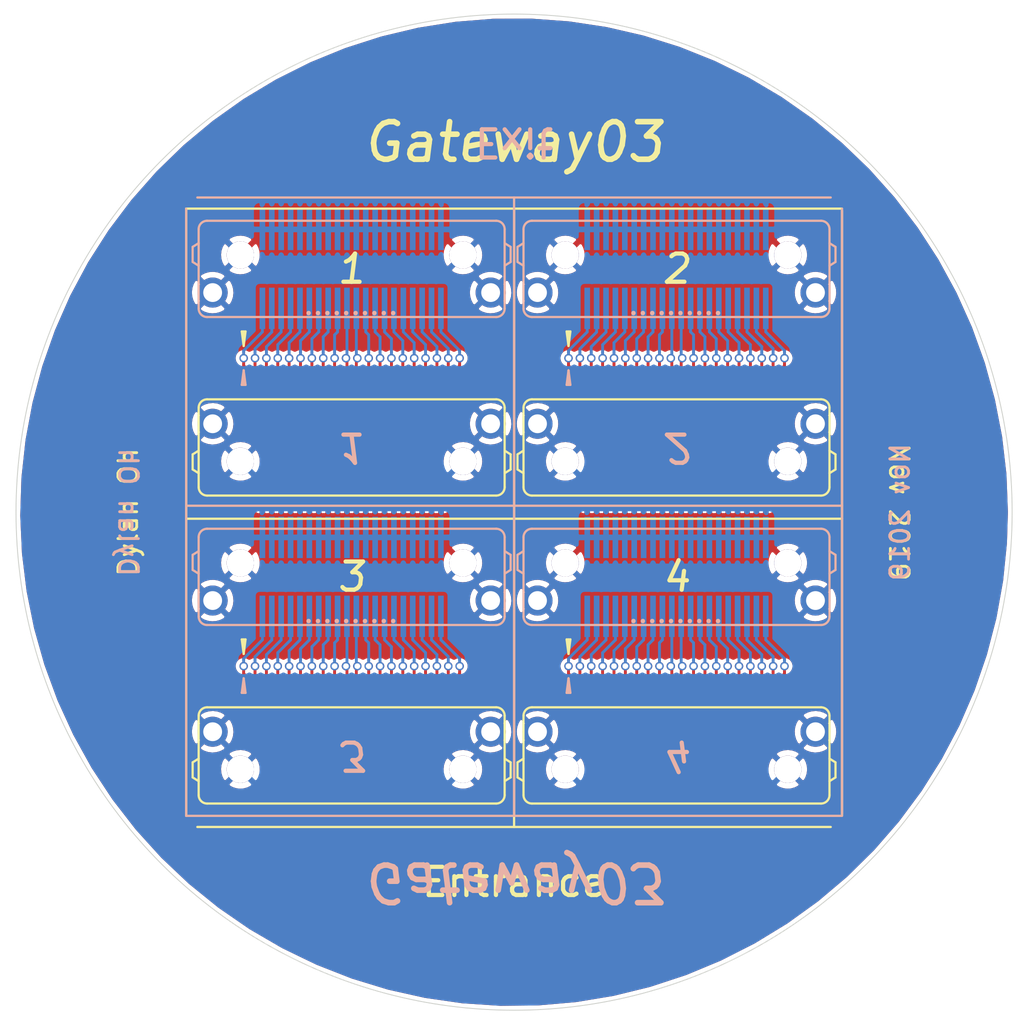
<source format=kicad_pcb>
(kicad_pcb (version 20171130) (host pcbnew "(5.1.0)-1")
  (layers (0 F.Cu signal) (31 B.Cu signal) (34 B.Paste user) (35 F.Paste user) (36 B.SilkS user) (37 F.SilkS user) (38 B.Mask user hide) (39 F.Mask user hide) (44 Edge.Cuts user))
  (net 0 "")
  (net 1 GND)
  (net 2 "Net-(U3-Pad2)")
  (net 3 "Net-(U3-Pad4)")
  (net 4 "Net-(U3-Pad6)")
  (net 5 "Net-(U3-Pad8)")
  (net 6 "Net-(U3-Pad10)")
  (net 7 "Net-(U3-Pad12)")
  (net 8 "Net-(U3-Pad14)")
  (net 9 "Net-(U3-Pad16)")
  (net 10 "Net-(U3-Pad18)")
  (net 11 "Net-(U3-Pad20)")
  (net 12 "Net-(U1-Pad2)")
  (net 13 "Net-(U1-Pad4)")
  (net 14 "Net-(U1-Pad6)")
  (net 15 "Net-(U1-Pad8)")
  (net 16 "Net-(U1-Pad10)")
  (net 17 "Net-(U1-Pad12)")
  (net 18 "Net-(U1-Pad14)")
  (net 19 "Net-(U1-Pad16)")
  (net 20 "Net-(U1-Pad18)")
  (net 21 "Net-(U1-Pad20)")
  (net 22 "Net-(U5-Pad2)")
  (net 23 "Net-(U5-Pad4)")
  (net 24 "Net-(U5-Pad6)")
  (net 25 "Net-(U5-Pad8)")
  (net 26 "Net-(U5-Pad10)")
  (net 27 "Net-(U5-Pad12)")
  (net 28 "Net-(U5-Pad14)")
  (net 29 "Net-(U5-Pad16)")
  (net 30 "Net-(U5-Pad18)")
  (net 31 "Net-(U5-Pad20)")
  (net 32 "Net-(U7-Pad2)")
  (net 33 "Net-(U7-Pad4)")
  (net 34 "Net-(U7-Pad6)")
  (net 35 "Net-(U7-Pad8)")
  (net 36 "Net-(U7-Pad10)")
  (net 37 "Net-(U7-Pad12)")
  (net 38 "Net-(U7-Pad14)")
  (net 39 "Net-(U7-Pad16)")
  (net 40 "Net-(U7-Pad18)")
  (net 41 "Net-(U7-Pad20)")
  (net 42 "Net-(U1-Pad22)")
  (net 43 "Net-(U1-Pad24)")
  (net 44 "Net-(U1-Pad26)")
  (net 45 "Net-(U1-Pad28)")
  (net 46 "Net-(U1-Pad30)")
  (net 47 "Net-(U1-Pad32)")
  (net 48 "Net-(U1-Pad34)")
  (net 49 "Net-(U1-Pad36)")
  (net 50 "Net-(U1-Pad38)")
  (net 51 "Net-(U1-Pad40)")
  (net 52 "Net-(U3-Pad40)")
  (net 53 "Net-(U3-Pad38)")
  (net 54 "Net-(U3-Pad36)")
  (net 55 "Net-(U3-Pad34)")
  (net 56 "Net-(U3-Pad32)")
  (net 57 "Net-(U3-Pad30)")
  (net 58 "Net-(U3-Pad28)")
  (net 59 "Net-(U3-Pad26)")
  (net 60 "Net-(U3-Pad24)")
  (net 61 "Net-(U3-Pad22)")
  (net 62 "Net-(U5-Pad22)")
  (net 63 "Net-(U5-Pad24)")
  (net 64 "Net-(U5-Pad26)")
  (net 65 "Net-(U5-Pad28)")
  (net 66 "Net-(U5-Pad30)")
  (net 67 "Net-(U5-Pad32)")
  (net 68 "Net-(U5-Pad34)")
  (net 69 "Net-(U5-Pad36)")
  (net 70 "Net-(U5-Pad38)")
  (net 71 "Net-(U5-Pad40)")
  (net 72 "Net-(U7-Pad40)")
  (net 73 "Net-(U7-Pad38)")
  (net 74 "Net-(U7-Pad36)")
  (net 75 "Net-(U7-Pad34)")
  (net 76 "Net-(U7-Pad32)")
  (net 77 "Net-(U7-Pad30)")
  (net 78 "Net-(U7-Pad28)")
  (net 79 "Net-(U7-Pad26)")
  (net 80 "Net-(U7-Pad24)")
  (net 81 "Net-(U7-Pad22)")
  (module Gateway03:LSHM-120-02.5-L-DV-A-S-TR (layer B.Cu) (at 85.21 84.307)
    (fp_text reference U1 hide)
    (fp_text value LSHM hide)
    (pad 7 smd rect (at 3.25 -2.1) (size 0.3 2.2) (layers B.Cu B.Paste B.Mask) (net 1 GND) (clearance 0.05))
    (pad 15 smd rect (at 1.25 -2.1) (size 0.3 2.2) (layers B.Cu B.Paste B.Mask) (net 1 GND) (clearance 0.05))
    (pad 5 smd rect (at 3.75 -2.1) (size 0.3 2.2) (layers B.Cu B.Paste B.Mask) (net 1 GND) (clearance 0.05))
    (pad 19 smd rect (at 0.25 -2.1) (size 0.3 2.2) (layers B.Cu B.Paste B.Mask) (net 1 GND) (clearance 0.05))
    (pad 11 smd rect (at 2.25 -2.1) (size 0.3 2.2) (layers B.Cu B.Paste B.Mask) (net 1 GND) (clearance 0.05))
    (pad 13 smd rect (at 1.75 -2.1) (size 0.3 2.2) (layers B.Cu B.Paste B.Mask) (net 1 GND) (clearance 0.05))
    (pad 1 smd rect (at 4.75 -2.1) (size 0.3 2.2) (layers B.Cu B.Paste B.Mask) (net 1 GND) (clearance 0.05))
    (pad 17 smd rect (at 0.75 -2.1) (size 0.3 2.2) (layers B.Cu B.Paste B.Mask) (net 1 GND) (clearance 0.05))
    (pad 9 smd rect (at 2.75 -2.1) (size 0.3 2.2) (layers B.Cu B.Paste B.Mask) (net 1 GND) (clearance 0.05))
    (pad 3 smd rect (at 4.25 -2.1) (size 0.3 2.2) (layers B.Cu B.Paste B.Mask) (net 1 GND) (clearance 0.05))
    (pad 8 smd rect (at 3.25 2.1) (size 0.3 2.2) (layers B.Cu B.Paste B.Mask) (net 15 "Net-(U1-Pad8)") (clearance 0.05))
    (pad 16 smd rect (at 1.25 2.1) (size 0.3 2.2) (layers B.Cu B.Paste B.Mask) (net 19 "Net-(U1-Pad16)") (clearance 0.05))
    (pad 6 smd rect (at 3.75 2.1) (size 0.3 2.2) (layers B.Cu B.Paste B.Mask) (net 14 "Net-(U1-Pad6)") (clearance 0.05))
    (pad 20 smd rect (at 0.25 2.1) (size 0.3 2.2) (layers B.Cu B.Paste B.Mask) (net 21 "Net-(U1-Pad20)") (clearance 0.05))
    (pad 12 smd rect (at 2.25 2.1) (size 0.3 2.2) (layers B.Cu B.Paste B.Mask) (net 17 "Net-(U1-Pad12)") (clearance 0.05))
    (pad 14 smd rect (at 1.75 2.1) (size 0.3 2.2) (layers B.Cu B.Paste B.Mask) (net 18 "Net-(U1-Pad14)") (clearance 0.05))
    (pad 2 smd rect (at 4.75 2.1) (size 0.3 2.2) (layers B.Cu B.Paste B.Mask) (net 12 "Net-(U1-Pad2)") (clearance 0.05))
    (pad 18 smd rect (at 0.75 2.1) (size 0.3 2.2) (layers B.Cu B.Paste B.Mask) (net 20 "Net-(U1-Pad18)") (clearance 0.05))
    (pad 10 smd rect (at 2.75 2.1) (size 0.3 2.2) (layers B.Cu B.Paste B.Mask) (net 16 "Net-(U1-Pad10)") (clearance 0.05))
    (pad 4 smd rect (at 4.25 2.1) (size 0.3 2.2) (layers B.Cu B.Paste B.Mask) (net 13 "Net-(U1-Pad4)") (clearance 0.05))
    (pad 0 thru_hole circle (at 5.92 -0.74) (size 1.45 1.45) (drill 1.45) (layers *.Cu *.Mask) (net 1 GND))
    (pad 0 thru_hole circle (at -5.92 -0.74) (size 1.45 1.45) (drill 1.45) (layers *.Cu *.Mask) (net 1 GND))
    (pad 0 thru_hole circle (at 7.395 1.26) (size 1.6 1.6) (drill 1) (layers *.Cu *.Mask) (net 1 GND))
    (pad 0 thru_hole circle (at -7.395 1.26) (size 1.6 1.6) (drill 1) (layers *.Cu *.Mask) (net 1 GND))
    (pad 40 smd rect (at -4.75 2.1) (size 0.3 2.2) (layers B.Cu B.Paste B.Mask) (net 51 "Net-(U1-Pad40)") (clearance 0.05))
    (pad 39 smd rect (at -4.75 -2.1) (size 0.3 2.2) (layers B.Cu B.Paste B.Mask) (net 1 GND) (clearance 0.05))
    (pad 38 smd rect (at -4.25 2.1) (size 0.3 2.2) (layers B.Cu B.Paste B.Mask) (net 50 "Net-(U1-Pad38)") (clearance 0.05))
    (pad 37 smd rect (at -4.25 -2.1) (size 0.3 2.2) (layers B.Cu B.Paste B.Mask) (net 1 GND) (clearance 0.05))
    (pad 36 smd rect (at -3.75 2.1) (size 0.3 2.2) (layers B.Cu B.Paste B.Mask) (net 49 "Net-(U1-Pad36)") (clearance 0.05))
    (pad 35 smd rect (at -3.75 -2.1) (size 0.3 2.2) (layers B.Cu B.Paste B.Mask) (net 1 GND) (clearance 0.05))
    (pad 34 smd rect (at -3.25 2.1) (size 0.3 2.2) (layers B.Cu B.Paste B.Mask) (net 48 "Net-(U1-Pad34)") (clearance 0.05))
    (pad 33 smd rect (at -3.25 -2.1) (size 0.3 2.2) (layers B.Cu B.Paste B.Mask) (net 1 GND) (clearance 0.05))
    (pad 32 smd rect (at -2.75 2.1) (size 0.3 2.2) (layers B.Cu B.Paste B.Mask) (net 47 "Net-(U1-Pad32)") (clearance 0.05))
    (pad 31 smd rect (at -2.75 -2.1) (size 0.3 2.2) (layers B.Cu B.Paste B.Mask) (net 1 GND) (clearance 0.05))
    (pad 30 smd rect (at -2.25 2.1) (size 0.3 2.2) (layers B.Cu B.Paste B.Mask) (net 46 "Net-(U1-Pad30)") (clearance 0.05))
    (pad 29 smd rect (at -2.25 -2.1) (size 0.3 2.2) (layers B.Cu B.Paste B.Mask) (net 1 GND) (clearance 0.05))
    (pad 28 smd rect (at -1.75 2.1) (size 0.3 2.2) (layers B.Cu B.Paste B.Mask) (net 45 "Net-(U1-Pad28)") (clearance 0.05))
    (pad 27 smd rect (at -1.75 -2.1) (size 0.3 2.2) (layers B.Cu B.Paste B.Mask) (net 1 GND) (clearance 0.05))
    (pad 26 smd rect (at -1.25 2.1) (size 0.3 2.2) (layers B.Cu B.Paste B.Mask) (net 44 "Net-(U1-Pad26)") (clearance 0.05))
    (pad 25 smd rect (at -1.25 -2.1) (size 0.3 2.2) (layers B.Cu B.Paste B.Mask) (net 1 GND) (clearance 0.05))
    (pad 24 smd rect (at -0.75 2.1) (size 0.3 2.2) (layers B.Cu B.Paste B.Mask) (net 43 "Net-(U1-Pad24)") (clearance 0.05))
    (pad 23 smd rect (at -0.75 -2.1) (size 0.3 2.2) (layers B.Cu B.Paste B.Mask) (net 1 GND) (clearance 0.05))
    (pad 22 smd rect (at -0.25 2.1) (size 0.3 2.2) (layers B.Cu B.Paste B.Mask) (net 42 "Net-(U1-Pad22)") (clearance 0.05))
    (pad 21 smd rect (at -0.25 -2.1) (size 0.3 2.2) (layers B.Cu B.Paste B.Mask) (net 1 GND) (clearance 0.05))
  )
  (module Gateway03:LSHM-120-02.5-L-DV-A-S-TR (layer F.Cu) (at 85.21 93.807)
    (fp_text reference U2 hide)
    (fp_text value LSHM hide)
    (pad 7 smd rect (at 3.25 2.1) (size 0.3 2.2) (layers F.Cu F.Paste F.Mask) (net 1 GND) (clearance 0.05))
    (pad 15 smd rect (at 1.25 2.1) (size 0.3 2.2) (layers F.Cu F.Paste F.Mask) (net 1 GND) (clearance 0.05))
    (pad 5 smd rect (at 3.75 2.1) (size 0.3 2.2) (layers F.Cu F.Paste F.Mask) (net 1 GND) (clearance 0.05))
    (pad 19 smd rect (at 0.25 2.1) (size 0.3 2.2) (layers F.Cu F.Paste F.Mask) (net 1 GND) (clearance 0.05))
    (pad 11 smd rect (at 2.25 2.1) (size 0.3 2.2) (layers F.Cu F.Paste F.Mask) (net 1 GND) (clearance 0.05))
    (pad 13 smd rect (at 1.75 2.1) (size 0.3 2.2) (layers F.Cu F.Paste F.Mask) (net 1 GND) (clearance 0.05))
    (pad 1 smd rect (at 4.75 2.1) (size 0.3 2.2) (layers F.Cu F.Paste F.Mask) (net 1 GND) (clearance 0.05))
    (pad 17 smd rect (at 0.75 2.1) (size 0.3 2.2) (layers F.Cu F.Paste F.Mask) (net 1 GND) (clearance 0.05))
    (pad 9 smd rect (at 2.75 2.1) (size 0.3 2.2) (layers F.Cu F.Paste F.Mask) (net 1 GND) (clearance 0.05))
    (pad 3 smd rect (at 4.25 2.1) (size 0.3 2.2) (layers F.Cu F.Paste F.Mask) (net 1 GND) (clearance 0.05))
    (pad 8 smd rect (at 3.25 -2.1) (size 0.3 2.2) (layers F.Cu F.Paste F.Mask) (net 15 "Net-(U1-Pad8)") (clearance 0.05))
    (pad 16 smd rect (at 1.25 -2.1) (size 0.3 2.2) (layers F.Cu F.Paste F.Mask) (net 19 "Net-(U1-Pad16)") (clearance 0.05))
    (pad 6 smd rect (at 3.75 -2.1) (size 0.3 2.2) (layers F.Cu F.Paste F.Mask) (net 14 "Net-(U1-Pad6)") (clearance 0.05))
    (pad 20 smd rect (at 0.25 -2.1) (size 0.3 2.2) (layers F.Cu F.Paste F.Mask) (net 21 "Net-(U1-Pad20)") (clearance 0.05))
    (pad 12 smd rect (at 2.25 -2.1) (size 0.3 2.2) (layers F.Cu F.Paste F.Mask) (net 17 "Net-(U1-Pad12)") (clearance 0.05))
    (pad 14 smd rect (at 1.75 -2.1) (size 0.3 2.2) (layers F.Cu F.Paste F.Mask) (net 18 "Net-(U1-Pad14)") (clearance 0.05))
    (pad 2 smd rect (at 4.75 -2.1) (size 0.3 2.2) (layers F.Cu F.Paste F.Mask) (net 12 "Net-(U1-Pad2)") (clearance 0.05))
    (pad 18 smd rect (at 0.75 -2.1) (size 0.3 2.2) (layers F.Cu F.Paste F.Mask) (net 20 "Net-(U1-Pad18)") (clearance 0.05))
    (pad 10 smd rect (at 2.75 -2.1) (size 0.3 2.2) (layers F.Cu F.Paste F.Mask) (net 16 "Net-(U1-Pad10)") (clearance 0.05))
    (pad 4 smd rect (at 4.25 -2.1) (size 0.3 2.2) (layers F.Cu F.Paste F.Mask) (net 13 "Net-(U1-Pad4)") (clearance 0.05))
    (pad 0 thru_hole circle (at 5.92 0.74) (size 1.45 1.45) (drill 1.45) (layers *.Cu *.Mask) (net 1 GND))
    (pad 0 thru_hole circle (at -5.92 0.74) (size 1.45 1.45) (drill 1.45) (layers *.Cu *.Mask) (net 1 GND))
    (pad 0 thru_hole circle (at 7.395 -1.26) (size 1.6 1.6) (drill 1) (layers *.Cu *.Mask) (net 1 GND))
    (pad 0 thru_hole circle (at -7.395 -1.26) (size 1.6 1.6) (drill 1) (layers *.Cu *.Mask) (net 1 GND))
    (pad 40 smd rect (at -4.75 -2.1) (size 0.3 2.2) (layers F.Cu F.Paste F.Mask) (net 51 "Net-(U1-Pad40)") (clearance 0.05))
    (pad 39 smd rect (at -4.75 2.1) (size 0.3 2.2) (layers F.Cu F.Paste F.Mask) (net 1 GND) (clearance 0.05))
    (pad 38 smd rect (at -4.25 -2.1) (size 0.3 2.2) (layers F.Cu F.Paste F.Mask) (net 50 "Net-(U1-Pad38)") (clearance 0.05))
    (pad 37 smd rect (at -4.25 2.1) (size 0.3 2.2) (layers F.Cu F.Paste F.Mask) (net 1 GND) (clearance 0.05))
    (pad 36 smd rect (at -3.75 -2.1) (size 0.3 2.2) (layers F.Cu F.Paste F.Mask) (net 49 "Net-(U1-Pad36)") (clearance 0.05))
    (pad 35 smd rect (at -3.75 2.1) (size 0.3 2.2) (layers F.Cu F.Paste F.Mask) (net 1 GND) (clearance 0.05))
    (pad 34 smd rect (at -3.25 -2.1) (size 0.3 2.2) (layers F.Cu F.Paste F.Mask) (net 48 "Net-(U1-Pad34)") (clearance 0.05))
    (pad 33 smd rect (at -3.25 2.1) (size 0.3 2.2) (layers F.Cu F.Paste F.Mask) (net 1 GND) (clearance 0.05))
    (pad 32 smd rect (at -2.75 -2.1) (size 0.3 2.2) (layers F.Cu F.Paste F.Mask) (net 47 "Net-(U1-Pad32)") (clearance 0.05))
    (pad 31 smd rect (at -2.75 2.1) (size 0.3 2.2) (layers F.Cu F.Paste F.Mask) (net 1 GND) (clearance 0.05))
    (pad 30 smd rect (at -2.25 -2.1) (size 0.3 2.2) (layers F.Cu F.Paste F.Mask) (net 46 "Net-(U1-Pad30)") (clearance 0.05))
    (pad 29 smd rect (at -2.25 2.1) (size 0.3 2.2) (layers F.Cu F.Paste F.Mask) (net 1 GND) (clearance 0.05))
    (pad 28 smd rect (at -1.75 -2.1) (size 0.3 2.2) (layers F.Cu F.Paste F.Mask) (net 45 "Net-(U1-Pad28)") (clearance 0.05))
    (pad 27 smd rect (at -1.75 2.1) (size 0.3 2.2) (layers F.Cu F.Paste F.Mask) (net 1 GND) (clearance 0.05))
    (pad 26 smd rect (at -1.25 -2.1) (size 0.3 2.2) (layers F.Cu F.Paste F.Mask) (net 44 "Net-(U1-Pad26)") (clearance 0.05))
    (pad 25 smd rect (at -1.25 2.1) (size 0.3 2.2) (layers F.Cu F.Paste F.Mask) (net 1 GND) (clearance 0.05))
    (pad 24 smd rect (at -0.75 -2.1) (size 0.3 2.2) (layers F.Cu F.Paste F.Mask) (net 43 "Net-(U1-Pad24)") (clearance 0.05))
    (pad 23 smd rect (at -0.75 2.1) (size 0.3 2.2) (layers F.Cu F.Paste F.Mask) (net 1 GND) (clearance 0.05))
    (pad 22 smd rect (at -0.25 -2.1) (size 0.3 2.2) (layers F.Cu F.Paste F.Mask) (net 42 "Net-(U1-Pad22)") (clearance 0.05))
    (pad 21 smd rect (at -0.25 2.1) (size 0.3 2.2) (layers F.Cu F.Paste F.Mask) (net 1 GND) (clearance 0.05))
  )
  (module Gateway03:LSHM-120-02.5-L-DV-A-S-TR (layer F.Cu) (at 102.494 93.807)
    (fp_text reference U4 hide)
    (fp_text value LSHM hide)
    (pad 7 smd rect (at 3.25 2.1) (size 0.3 2.2) (layers F.Cu F.Paste F.Mask) (net 1 GND) (clearance 0.05))
    (pad 15 smd rect (at 1.25 2.1) (size 0.3 2.2) (layers F.Cu F.Paste F.Mask) (net 1 GND) (clearance 0.05))
    (pad 5 smd rect (at 3.75 2.1) (size 0.3 2.2) (layers F.Cu F.Paste F.Mask) (net 1 GND) (clearance 0.05))
    (pad 19 smd rect (at 0.25 2.1) (size 0.3 2.2) (layers F.Cu F.Paste F.Mask) (net 1 GND) (clearance 0.05))
    (pad 11 smd rect (at 2.25 2.1) (size 0.3 2.2) (layers F.Cu F.Paste F.Mask) (net 1 GND) (clearance 0.05))
    (pad 13 smd rect (at 1.75 2.1) (size 0.3 2.2) (layers F.Cu F.Paste F.Mask) (net 1 GND) (clearance 0.05))
    (pad 1 smd rect (at 4.75 2.1) (size 0.3 2.2) (layers F.Cu F.Paste F.Mask) (net 1 GND) (clearance 0.05))
    (pad 17 smd rect (at 0.75 2.1) (size 0.3 2.2) (layers F.Cu F.Paste F.Mask) (net 1 GND) (clearance 0.05))
    (pad 9 smd rect (at 2.75 2.1) (size 0.3 2.2) (layers F.Cu F.Paste F.Mask) (net 1 GND) (clearance 0.05))
    (pad 3 smd rect (at 4.25 2.1) (size 0.3 2.2) (layers F.Cu F.Paste F.Mask) (net 1 GND) (clearance 0.05))
    (pad 8 smd rect (at 3.25 -2.1) (size 0.3 2.2) (layers F.Cu F.Paste F.Mask) (net 5 "Net-(U3-Pad8)") (clearance 0.05))
    (pad 16 smd rect (at 1.25 -2.1) (size 0.3 2.2) (layers F.Cu F.Paste F.Mask) (net 9 "Net-(U3-Pad16)") (clearance 0.05))
    (pad 6 smd rect (at 3.75 -2.1) (size 0.3 2.2) (layers F.Cu F.Paste F.Mask) (net 4 "Net-(U3-Pad6)") (clearance 0.05))
    (pad 20 smd rect (at 0.25 -2.1) (size 0.3 2.2) (layers F.Cu F.Paste F.Mask) (net 11 "Net-(U3-Pad20)") (clearance 0.05))
    (pad 12 smd rect (at 2.25 -2.1) (size 0.3 2.2) (layers F.Cu F.Paste F.Mask) (net 7 "Net-(U3-Pad12)") (clearance 0.05))
    (pad 14 smd rect (at 1.75 -2.1) (size 0.3 2.2) (layers F.Cu F.Paste F.Mask) (net 8 "Net-(U3-Pad14)") (clearance 0.05))
    (pad 2 smd rect (at 4.75 -2.1) (size 0.3 2.2) (layers F.Cu F.Paste F.Mask) (net 2 "Net-(U3-Pad2)") (clearance 0.05))
    (pad 18 smd rect (at 0.75 -2.1) (size 0.3 2.2) (layers F.Cu F.Paste F.Mask) (net 10 "Net-(U3-Pad18)") (clearance 0.05))
    (pad 10 smd rect (at 2.75 -2.1) (size 0.3 2.2) (layers F.Cu F.Paste F.Mask) (net 6 "Net-(U3-Pad10)") (clearance 0.05))
    (pad 4 smd rect (at 4.25 -2.1) (size 0.3 2.2) (layers F.Cu F.Paste F.Mask) (net 3 "Net-(U3-Pad4)") (clearance 0.05))
    (pad 0 thru_hole circle (at 5.92 0.74) (size 1.45 1.45) (drill 1.45) (layers *.Cu *.Mask) (net 1 GND))
    (pad 0 thru_hole circle (at -5.92 0.74) (size 1.45 1.45) (drill 1.45) (layers *.Cu *.Mask) (net 1 GND))
    (pad 0 thru_hole circle (at 7.395 -1.26) (size 1.6 1.6) (drill 1) (layers *.Cu *.Mask) (net 1 GND))
    (pad 0 thru_hole circle (at -7.395 -1.26) (size 1.6 1.6) (drill 1) (layers *.Cu *.Mask) (net 1 GND))
    (pad 40 smd rect (at -4.75 -2.1) (size 0.3 2.2) (layers F.Cu F.Paste F.Mask) (net 52 "Net-(U3-Pad40)") (clearance 0.05))
    (pad 39 smd rect (at -4.75 2.1) (size 0.3 2.2) (layers F.Cu F.Paste F.Mask) (net 1 GND) (clearance 0.05))
    (pad 38 smd rect (at -4.25 -2.1) (size 0.3 2.2) (layers F.Cu F.Paste F.Mask) (net 53 "Net-(U3-Pad38)") (clearance 0.05))
    (pad 37 smd rect (at -4.25 2.1) (size 0.3 2.2) (layers F.Cu F.Paste F.Mask) (net 1 GND) (clearance 0.05))
    (pad 36 smd rect (at -3.75 -2.1) (size 0.3 2.2) (layers F.Cu F.Paste F.Mask) (net 54 "Net-(U3-Pad36)") (clearance 0.05))
    (pad 35 smd rect (at -3.75 2.1) (size 0.3 2.2) (layers F.Cu F.Paste F.Mask) (net 1 GND) (clearance 0.05))
    (pad 34 smd rect (at -3.25 -2.1) (size 0.3 2.2) (layers F.Cu F.Paste F.Mask) (net 55 "Net-(U3-Pad34)") (clearance 0.05))
    (pad 33 smd rect (at -3.25 2.1) (size 0.3 2.2) (layers F.Cu F.Paste F.Mask) (net 1 GND) (clearance 0.05))
    (pad 32 smd rect (at -2.75 -2.1) (size 0.3 2.2) (layers F.Cu F.Paste F.Mask) (net 56 "Net-(U3-Pad32)") (clearance 0.05))
    (pad 31 smd rect (at -2.75 2.1) (size 0.3 2.2) (layers F.Cu F.Paste F.Mask) (net 1 GND) (clearance 0.05))
    (pad 30 smd rect (at -2.25 -2.1) (size 0.3 2.2) (layers F.Cu F.Paste F.Mask) (net 57 "Net-(U3-Pad30)") (clearance 0.05))
    (pad 29 smd rect (at -2.25 2.1) (size 0.3 2.2) (layers F.Cu F.Paste F.Mask) (net 1 GND) (clearance 0.05))
    (pad 28 smd rect (at -1.75 -2.1) (size 0.3 2.2) (layers F.Cu F.Paste F.Mask) (net 58 "Net-(U3-Pad28)") (clearance 0.05))
    (pad 27 smd rect (at -1.75 2.1) (size 0.3 2.2) (layers F.Cu F.Paste F.Mask) (net 1 GND) (clearance 0.05))
    (pad 26 smd rect (at -1.25 -2.1) (size 0.3 2.2) (layers F.Cu F.Paste F.Mask) (net 59 "Net-(U3-Pad26)") (clearance 0.05))
    (pad 25 smd rect (at -1.25 2.1) (size 0.3 2.2) (layers F.Cu F.Paste F.Mask) (net 1 GND) (clearance 0.05))
    (pad 24 smd rect (at -0.75 -2.1) (size 0.3 2.2) (layers F.Cu F.Paste F.Mask) (net 60 "Net-(U3-Pad24)") (clearance 0.05))
    (pad 23 smd rect (at -0.75 2.1) (size 0.3 2.2) (layers F.Cu F.Paste F.Mask) (net 1 GND) (clearance 0.05))
    (pad 22 smd rect (at -0.25 -2.1) (size 0.3 2.2) (layers F.Cu F.Paste F.Mask) (net 61 "Net-(U3-Pad22)") (clearance 0.05))
    (pad 21 smd rect (at -0.25 2.1) (size 0.3 2.2) (layers F.Cu F.Paste F.Mask) (net 1 GND) (clearance 0.05))
  )
  (module Gateway03:LSHM-120-02.5-L-DV-A-S-TR (layer B.Cu) (at 85.21 100.693)
    (fp_text reference U5 hide)
    (fp_text value LSHM hide)
    (pad 7 smd rect (at 3.25 -2.1) (size 0.3 2.2) (layers B.Cu B.Paste B.Mask) (net 1 GND) (clearance 0.05))
    (pad 15 smd rect (at 1.25 -2.1) (size 0.3 2.2) (layers B.Cu B.Paste B.Mask) (net 1 GND) (clearance 0.05))
    (pad 5 smd rect (at 3.75 -2.1) (size 0.3 2.2) (layers B.Cu B.Paste B.Mask) (net 1 GND) (clearance 0.05))
    (pad 19 smd rect (at 0.25 -2.1) (size 0.3 2.2) (layers B.Cu B.Paste B.Mask) (net 1 GND) (clearance 0.05))
    (pad 11 smd rect (at 2.25 -2.1) (size 0.3 2.2) (layers B.Cu B.Paste B.Mask) (net 1 GND) (clearance 0.05))
    (pad 13 smd rect (at 1.75 -2.1) (size 0.3 2.2) (layers B.Cu B.Paste B.Mask) (net 1 GND) (clearance 0.05))
    (pad 1 smd rect (at 4.75 -2.1) (size 0.3 2.2) (layers B.Cu B.Paste B.Mask) (net 1 GND) (clearance 0.05))
    (pad 17 smd rect (at 0.75 -2.1) (size 0.3 2.2) (layers B.Cu B.Paste B.Mask) (net 1 GND) (clearance 0.05))
    (pad 9 smd rect (at 2.75 -2.1) (size 0.3 2.2) (layers B.Cu B.Paste B.Mask) (net 1 GND) (clearance 0.05))
    (pad 3 smd rect (at 4.25 -2.1) (size 0.3 2.2) (layers B.Cu B.Paste B.Mask) (net 1 GND) (clearance 0.05))
    (pad 8 smd rect (at 3.25 2.1) (size 0.3 2.2) (layers B.Cu B.Paste B.Mask) (net 25 "Net-(U5-Pad8)") (clearance 0.05))
    (pad 16 smd rect (at 1.25 2.1) (size 0.3 2.2) (layers B.Cu B.Paste B.Mask) (net 29 "Net-(U5-Pad16)") (clearance 0.05))
    (pad 6 smd rect (at 3.75 2.1) (size 0.3 2.2) (layers B.Cu B.Paste B.Mask) (net 24 "Net-(U5-Pad6)") (clearance 0.05))
    (pad 20 smd rect (at 0.25 2.1) (size 0.3 2.2) (layers B.Cu B.Paste B.Mask) (net 31 "Net-(U5-Pad20)") (clearance 0.05))
    (pad 12 smd rect (at 2.25 2.1) (size 0.3 2.2) (layers B.Cu B.Paste B.Mask) (net 27 "Net-(U5-Pad12)") (clearance 0.05))
    (pad 14 smd rect (at 1.75 2.1) (size 0.3 2.2) (layers B.Cu B.Paste B.Mask) (net 28 "Net-(U5-Pad14)") (clearance 0.05))
    (pad 2 smd rect (at 4.75 2.1) (size 0.3 2.2) (layers B.Cu B.Paste B.Mask) (net 22 "Net-(U5-Pad2)") (clearance 0.05))
    (pad 18 smd rect (at 0.75 2.1) (size 0.3 2.2) (layers B.Cu B.Paste B.Mask) (net 30 "Net-(U5-Pad18)") (clearance 0.05))
    (pad 10 smd rect (at 2.75 2.1) (size 0.3 2.2) (layers B.Cu B.Paste B.Mask) (net 26 "Net-(U5-Pad10)") (clearance 0.05))
    (pad 4 smd rect (at 4.25 2.1) (size 0.3 2.2) (layers B.Cu B.Paste B.Mask) (net 23 "Net-(U5-Pad4)") (clearance 0.05))
    (pad 0 thru_hole circle (at 5.92 -0.74) (size 1.45 1.45) (drill 1.45) (layers *.Cu *.Mask) (net 1 GND))
    (pad 0 thru_hole circle (at -5.92 -0.74) (size 1.45 1.45) (drill 1.45) (layers *.Cu *.Mask) (net 1 GND))
    (pad 0 thru_hole circle (at 7.395 1.26) (size 1.6 1.6) (drill 1) (layers *.Cu *.Mask) (net 1 GND))
    (pad 0 thru_hole circle (at -7.395 1.26) (size 1.6 1.6) (drill 1) (layers *.Cu *.Mask) (net 1 GND))
    (pad 40 smd rect (at -4.75 2.1) (size 0.3 2.2) (layers B.Cu B.Paste B.Mask) (net 71 "Net-(U5-Pad40)") (clearance 0.05))
    (pad 39 smd rect (at -4.75 -2.1) (size 0.3 2.2) (layers B.Cu B.Paste B.Mask) (net 1 GND) (clearance 0.05))
    (pad 38 smd rect (at -4.25 2.1) (size 0.3 2.2) (layers B.Cu B.Paste B.Mask) (net 70 "Net-(U5-Pad38)") (clearance 0.05))
    (pad 37 smd rect (at -4.25 -2.1) (size 0.3 2.2) (layers B.Cu B.Paste B.Mask) (net 1 GND) (clearance 0.05))
    (pad 36 smd rect (at -3.75 2.1) (size 0.3 2.2) (layers B.Cu B.Paste B.Mask) (net 69 "Net-(U5-Pad36)") (clearance 0.05))
    (pad 35 smd rect (at -3.75 -2.1) (size 0.3 2.2) (layers B.Cu B.Paste B.Mask) (net 1 GND) (clearance 0.05))
    (pad 34 smd rect (at -3.25 2.1) (size 0.3 2.2) (layers B.Cu B.Paste B.Mask) (net 68 "Net-(U5-Pad34)") (clearance 0.05))
    (pad 33 smd rect (at -3.25 -2.1) (size 0.3 2.2) (layers B.Cu B.Paste B.Mask) (net 1 GND) (clearance 0.05))
    (pad 32 smd rect (at -2.75 2.1) (size 0.3 2.2) (layers B.Cu B.Paste B.Mask) (net 67 "Net-(U5-Pad32)") (clearance 0.05))
    (pad 31 smd rect (at -2.75 -2.1) (size 0.3 2.2) (layers B.Cu B.Paste B.Mask) (net 1 GND) (clearance 0.05))
    (pad 30 smd rect (at -2.25 2.1) (size 0.3 2.2) (layers B.Cu B.Paste B.Mask) (net 66 "Net-(U5-Pad30)") (clearance 0.05))
    (pad 29 smd rect (at -2.25 -2.1) (size 0.3 2.2) (layers B.Cu B.Paste B.Mask) (net 1 GND) (clearance 0.05))
    (pad 28 smd rect (at -1.75 2.1) (size 0.3 2.2) (layers B.Cu B.Paste B.Mask) (net 65 "Net-(U5-Pad28)") (clearance 0.05))
    (pad 27 smd rect (at -1.75 -2.1) (size 0.3 2.2) (layers B.Cu B.Paste B.Mask) (net 1 GND) (clearance 0.05))
    (pad 26 smd rect (at -1.25 2.1) (size 0.3 2.2) (layers B.Cu B.Paste B.Mask) (net 64 "Net-(U5-Pad26)") (clearance 0.05))
    (pad 25 smd rect (at -1.25 -2.1) (size 0.3 2.2) (layers B.Cu B.Paste B.Mask) (net 1 GND) (clearance 0.05))
    (pad 24 smd rect (at -0.75 2.1) (size 0.3 2.2) (layers B.Cu B.Paste B.Mask) (net 63 "Net-(U5-Pad24)") (clearance 0.05))
    (pad 23 smd rect (at -0.75 -2.1) (size 0.3 2.2) (layers B.Cu B.Paste B.Mask) (net 1 GND) (clearance 0.05))
    (pad 22 smd rect (at -0.25 2.1) (size 0.3 2.2) (layers B.Cu B.Paste B.Mask) (net 62 "Net-(U5-Pad22)") (clearance 0.05))
    (pad 21 smd rect (at -0.25 -2.1) (size 0.3 2.2) (layers B.Cu B.Paste B.Mask) (net 1 GND) (clearance 0.05))
  )
  (module Gateway03:LSHM-120-02.5-L-DV-A-S-TR (layer F.Cu) (at 85.21 110.193)
    (fp_text reference U6 hide)
    (fp_text value LSHM hide)
    (pad 7 smd rect (at 3.25 2.1) (size 0.3 2.2) (layers F.Cu F.Paste F.Mask) (net 1 GND) (clearance 0.05))
    (pad 15 smd rect (at 1.25 2.1) (size 0.3 2.2) (layers F.Cu F.Paste F.Mask) (net 1 GND) (clearance 0.05))
    (pad 5 smd rect (at 3.75 2.1) (size 0.3 2.2) (layers F.Cu F.Paste F.Mask) (net 1 GND) (clearance 0.05))
    (pad 19 smd rect (at 0.25 2.1) (size 0.3 2.2) (layers F.Cu F.Paste F.Mask) (net 1 GND) (clearance 0.05))
    (pad 11 smd rect (at 2.25 2.1) (size 0.3 2.2) (layers F.Cu F.Paste F.Mask) (net 1 GND) (clearance 0.05))
    (pad 13 smd rect (at 1.75 2.1) (size 0.3 2.2) (layers F.Cu F.Paste F.Mask) (net 1 GND) (clearance 0.05))
    (pad 1 smd rect (at 4.75 2.1) (size 0.3 2.2) (layers F.Cu F.Paste F.Mask) (net 1 GND) (clearance 0.05))
    (pad 17 smd rect (at 0.75 2.1) (size 0.3 2.2) (layers F.Cu F.Paste F.Mask) (net 1 GND) (clearance 0.05))
    (pad 9 smd rect (at 2.75 2.1) (size 0.3 2.2) (layers F.Cu F.Paste F.Mask) (net 1 GND) (clearance 0.05))
    (pad 3 smd rect (at 4.25 2.1) (size 0.3 2.2) (layers F.Cu F.Paste F.Mask) (net 1 GND) (clearance 0.05))
    (pad 8 smd rect (at 3.25 -2.1) (size 0.3 2.2) (layers F.Cu F.Paste F.Mask) (net 25 "Net-(U5-Pad8)") (clearance 0.05))
    (pad 16 smd rect (at 1.25 -2.1) (size 0.3 2.2) (layers F.Cu F.Paste F.Mask) (net 29 "Net-(U5-Pad16)") (clearance 0.05))
    (pad 6 smd rect (at 3.75 -2.1) (size 0.3 2.2) (layers F.Cu F.Paste F.Mask) (net 24 "Net-(U5-Pad6)") (clearance 0.05))
    (pad 20 smd rect (at 0.25 -2.1) (size 0.3 2.2) (layers F.Cu F.Paste F.Mask) (net 31 "Net-(U5-Pad20)") (clearance 0.05))
    (pad 12 smd rect (at 2.25 -2.1) (size 0.3 2.2) (layers F.Cu F.Paste F.Mask) (net 27 "Net-(U5-Pad12)") (clearance 0.05))
    (pad 14 smd rect (at 1.75 -2.1) (size 0.3 2.2) (layers F.Cu F.Paste F.Mask) (net 28 "Net-(U5-Pad14)") (clearance 0.05))
    (pad 2 smd rect (at 4.75 -2.1) (size 0.3 2.2) (layers F.Cu F.Paste F.Mask) (net 22 "Net-(U5-Pad2)") (clearance 0.05))
    (pad 18 smd rect (at 0.75 -2.1) (size 0.3 2.2) (layers F.Cu F.Paste F.Mask) (net 30 "Net-(U5-Pad18)") (clearance 0.05))
    (pad 10 smd rect (at 2.75 -2.1) (size 0.3 2.2) (layers F.Cu F.Paste F.Mask) (net 26 "Net-(U5-Pad10)") (clearance 0.05))
    (pad 4 smd rect (at 4.25 -2.1) (size 0.3 2.2) (layers F.Cu F.Paste F.Mask) (net 23 "Net-(U5-Pad4)") (clearance 0.05))
    (pad 0 thru_hole circle (at 5.92 0.74) (size 1.45 1.45) (drill 1.45) (layers *.Cu *.Mask) (net 1 GND))
    (pad 0 thru_hole circle (at -5.92 0.74) (size 1.45 1.45) (drill 1.45) (layers *.Cu *.Mask) (net 1 GND))
    (pad 0 thru_hole circle (at 7.395 -1.26) (size 1.6 1.6) (drill 1) (layers *.Cu *.Mask) (net 1 GND))
    (pad 0 thru_hole circle (at -7.395 -1.26) (size 1.6 1.6) (drill 1) (layers *.Cu *.Mask) (net 1 GND))
    (pad 40 smd rect (at -4.75 -2.1) (size 0.3 2.2) (layers F.Cu F.Paste F.Mask) (net 71 "Net-(U5-Pad40)") (clearance 0.05))
    (pad 39 smd rect (at -4.75 2.1) (size 0.3 2.2) (layers F.Cu F.Paste F.Mask) (net 1 GND) (clearance 0.05))
    (pad 38 smd rect (at -4.25 -2.1) (size 0.3 2.2) (layers F.Cu F.Paste F.Mask) (net 70 "Net-(U5-Pad38)") (clearance 0.05))
    (pad 37 smd rect (at -4.25 2.1) (size 0.3 2.2) (layers F.Cu F.Paste F.Mask) (net 1 GND) (clearance 0.05))
    (pad 36 smd rect (at -3.75 -2.1) (size 0.3 2.2) (layers F.Cu F.Paste F.Mask) (net 69 "Net-(U5-Pad36)") (clearance 0.05))
    (pad 35 smd rect (at -3.75 2.1) (size 0.3 2.2) (layers F.Cu F.Paste F.Mask) (net 1 GND) (clearance 0.05))
    (pad 34 smd rect (at -3.25 -2.1) (size 0.3 2.2) (layers F.Cu F.Paste F.Mask) (net 68 "Net-(U5-Pad34)") (clearance 0.05))
    (pad 33 smd rect (at -3.25 2.1) (size 0.3 2.2) (layers F.Cu F.Paste F.Mask) (net 1 GND) (clearance 0.05))
    (pad 32 smd rect (at -2.75 -2.1) (size 0.3 2.2) (layers F.Cu F.Paste F.Mask) (net 67 "Net-(U5-Pad32)") (clearance 0.05))
    (pad 31 smd rect (at -2.75 2.1) (size 0.3 2.2) (layers F.Cu F.Paste F.Mask) (net 1 GND) (clearance 0.05))
    (pad 30 smd rect (at -2.25 -2.1) (size 0.3 2.2) (layers F.Cu F.Paste F.Mask) (net 66 "Net-(U5-Pad30)") (clearance 0.05))
    (pad 29 smd rect (at -2.25 2.1) (size 0.3 2.2) (layers F.Cu F.Paste F.Mask) (net 1 GND) (clearance 0.05))
    (pad 28 smd rect (at -1.75 -2.1) (size 0.3 2.2) (layers F.Cu F.Paste F.Mask) (net 65 "Net-(U5-Pad28)") (clearance 0.05))
    (pad 27 smd rect (at -1.75 2.1) (size 0.3 2.2) (layers F.Cu F.Paste F.Mask) (net 1 GND) (clearance 0.05))
    (pad 26 smd rect (at -1.25 -2.1) (size 0.3 2.2) (layers F.Cu F.Paste F.Mask) (net 64 "Net-(U5-Pad26)") (clearance 0.05))
    (pad 25 smd rect (at -1.25 2.1) (size 0.3 2.2) (layers F.Cu F.Paste F.Mask) (net 1 GND) (clearance 0.05))
    (pad 24 smd rect (at -0.75 -2.1) (size 0.3 2.2) (layers F.Cu F.Paste F.Mask) (net 63 "Net-(U5-Pad24)") (clearance 0.05))
    (pad 23 smd rect (at -0.75 2.1) (size 0.3 2.2) (layers F.Cu F.Paste F.Mask) (net 1 GND) (clearance 0.05))
    (pad 22 smd rect (at -0.25 -2.1) (size 0.3 2.2) (layers F.Cu F.Paste F.Mask) (net 62 "Net-(U5-Pad22)") (clearance 0.05))
    (pad 21 smd rect (at -0.25 2.1) (size 0.3 2.2) (layers F.Cu F.Paste F.Mask) (net 1 GND) (clearance 0.05))
  )
  (module Gateway03:LSHM-120-02.5-L-DV-A-S-TR (layer B.Cu) (at 102.494 100.693)
    (fp_text reference U7 hide)
    (fp_text value LSHM hide)
    (pad 7 smd rect (at 3.25 -2.1) (size 0.3 2.2) (layers B.Cu B.Paste B.Mask) (net 1 GND) (clearance 0.05))
    (pad 15 smd rect (at 1.25 -2.1) (size 0.3 2.2) (layers B.Cu B.Paste B.Mask) (net 1 GND) (clearance 0.05))
    (pad 5 smd rect (at 3.75 -2.1) (size 0.3 2.2) (layers B.Cu B.Paste B.Mask) (net 1 GND) (clearance 0.05))
    (pad 19 smd rect (at 0.25 -2.1) (size 0.3 2.2) (layers B.Cu B.Paste B.Mask) (net 1 GND) (clearance 0.05))
    (pad 11 smd rect (at 2.25 -2.1) (size 0.3 2.2) (layers B.Cu B.Paste B.Mask) (net 1 GND) (clearance 0.05))
    (pad 13 smd rect (at 1.75 -2.1) (size 0.3 2.2) (layers B.Cu B.Paste B.Mask) (net 1 GND) (clearance 0.05))
    (pad 1 smd rect (at 4.75 -2.1) (size 0.3 2.2) (layers B.Cu B.Paste B.Mask) (net 1 GND) (clearance 0.05))
    (pad 17 smd rect (at 0.75 -2.1) (size 0.3 2.2) (layers B.Cu B.Paste B.Mask) (net 1 GND) (clearance 0.05))
    (pad 9 smd rect (at 2.75 -2.1) (size 0.3 2.2) (layers B.Cu B.Paste B.Mask) (net 1 GND) (clearance 0.05))
    (pad 3 smd rect (at 4.25 -2.1) (size 0.3 2.2) (layers B.Cu B.Paste B.Mask) (net 1 GND) (clearance 0.05))
    (pad 8 smd rect (at 3.25 2.1) (size 0.3 2.2) (layers B.Cu B.Paste B.Mask) (net 35 "Net-(U7-Pad8)") (clearance 0.05))
    (pad 16 smd rect (at 1.25 2.1) (size 0.3 2.2) (layers B.Cu B.Paste B.Mask) (net 39 "Net-(U7-Pad16)") (clearance 0.05))
    (pad 6 smd rect (at 3.75 2.1) (size 0.3 2.2) (layers B.Cu B.Paste B.Mask) (net 34 "Net-(U7-Pad6)") (clearance 0.05))
    (pad 20 smd rect (at 0.25 2.1) (size 0.3 2.2) (layers B.Cu B.Paste B.Mask) (net 41 "Net-(U7-Pad20)") (clearance 0.05))
    (pad 12 smd rect (at 2.25 2.1) (size 0.3 2.2) (layers B.Cu B.Paste B.Mask) (net 37 "Net-(U7-Pad12)") (clearance 0.05))
    (pad 14 smd rect (at 1.75 2.1) (size 0.3 2.2) (layers B.Cu B.Paste B.Mask) (net 38 "Net-(U7-Pad14)") (clearance 0.05))
    (pad 2 smd rect (at 4.75 2.1) (size 0.3 2.2) (layers B.Cu B.Paste B.Mask) (net 32 "Net-(U7-Pad2)") (clearance 0.05))
    (pad 18 smd rect (at 0.75 2.1) (size 0.3 2.2) (layers B.Cu B.Paste B.Mask) (net 40 "Net-(U7-Pad18)") (clearance 0.05))
    (pad 10 smd rect (at 2.75 2.1) (size 0.3 2.2) (layers B.Cu B.Paste B.Mask) (net 36 "Net-(U7-Pad10)") (clearance 0.05))
    (pad 4 smd rect (at 4.25 2.1) (size 0.3 2.2) (layers B.Cu B.Paste B.Mask) (net 33 "Net-(U7-Pad4)") (clearance 0.05))
    (pad 0 thru_hole circle (at 5.92 -0.74) (size 1.45 1.45) (drill 1.45) (layers *.Cu *.Mask) (net 1 GND))
    (pad 0 thru_hole circle (at -5.92 -0.74) (size 1.45 1.45) (drill 1.45) (layers *.Cu *.Mask) (net 1 GND))
    (pad 0 thru_hole circle (at 7.395 1.26) (size 1.6 1.6) (drill 1) (layers *.Cu *.Mask) (net 1 GND))
    (pad 0 thru_hole circle (at -7.395 1.26) (size 1.6 1.6) (drill 1) (layers *.Cu *.Mask) (net 1 GND))
    (pad 40 smd rect (at -4.75 2.1) (size 0.3 2.2) (layers B.Cu B.Paste B.Mask) (net 72 "Net-(U7-Pad40)") (clearance 0.05))
    (pad 39 smd rect (at -4.75 -2.1) (size 0.3 2.2) (layers B.Cu B.Paste B.Mask) (net 1 GND) (clearance 0.05))
    (pad 38 smd rect (at -4.25 2.1) (size 0.3 2.2) (layers B.Cu B.Paste B.Mask) (net 73 "Net-(U7-Pad38)") (clearance 0.05))
    (pad 37 smd rect (at -4.25 -2.1) (size 0.3 2.2) (layers B.Cu B.Paste B.Mask) (net 1 GND) (clearance 0.05))
    (pad 36 smd rect (at -3.75 2.1) (size 0.3 2.2) (layers B.Cu B.Paste B.Mask) (net 74 "Net-(U7-Pad36)") (clearance 0.05))
    (pad 35 smd rect (at -3.75 -2.1) (size 0.3 2.2) (layers B.Cu B.Paste B.Mask) (net 1 GND) (clearance 0.05))
    (pad 34 smd rect (at -3.25 2.1) (size 0.3 2.2) (layers B.Cu B.Paste B.Mask) (net 75 "Net-(U7-Pad34)") (clearance 0.05))
    (pad 33 smd rect (at -3.25 -2.1) (size 0.3 2.2) (layers B.Cu B.Paste B.Mask) (net 1 GND) (clearance 0.05))
    (pad 32 smd rect (at -2.75 2.1) (size 0.3 2.2) (layers B.Cu B.Paste B.Mask) (net 76 "Net-(U7-Pad32)") (clearance 0.05))
    (pad 31 smd rect (at -2.75 -2.1) (size 0.3 2.2) (layers B.Cu B.Paste B.Mask) (net 1 GND) (clearance 0.05))
    (pad 30 smd rect (at -2.25 2.1) (size 0.3 2.2) (layers B.Cu B.Paste B.Mask) (net 77 "Net-(U7-Pad30)") (clearance 0.05))
    (pad 29 smd rect (at -2.25 -2.1) (size 0.3 2.2) (layers B.Cu B.Paste B.Mask) (net 1 GND) (clearance 0.05))
    (pad 28 smd rect (at -1.75 2.1) (size 0.3 2.2) (layers B.Cu B.Paste B.Mask) (net 78 "Net-(U7-Pad28)") (clearance 0.05))
    (pad 27 smd rect (at -1.75 -2.1) (size 0.3 2.2) (layers B.Cu B.Paste B.Mask) (net 1 GND) (clearance 0.05))
    (pad 26 smd rect (at -1.25 2.1) (size 0.3 2.2) (layers B.Cu B.Paste B.Mask) (net 79 "Net-(U7-Pad26)") (clearance 0.05))
    (pad 25 smd rect (at -1.25 -2.1) (size 0.3 2.2) (layers B.Cu B.Paste B.Mask) (net 1 GND) (clearance 0.05))
    (pad 24 smd rect (at -0.75 2.1) (size 0.3 2.2) (layers B.Cu B.Paste B.Mask) (net 80 "Net-(U7-Pad24)") (clearance 0.05))
    (pad 23 smd rect (at -0.75 -2.1) (size 0.3 2.2) (layers B.Cu B.Paste B.Mask) (net 1 GND) (clearance 0.05))
    (pad 22 smd rect (at -0.25 2.1) (size 0.3 2.2) (layers B.Cu B.Paste B.Mask) (net 81 "Net-(U7-Pad22)") (clearance 0.05))
    (pad 21 smd rect (at -0.25 -2.1) (size 0.3 2.2) (layers B.Cu B.Paste B.Mask) (net 1 GND) (clearance 0.05))
  )
  (module Gateway03:LSHM-120-02.5-L-DV-A-S-TR (layer F.Cu) (at 102.494 110.193)
    (fp_text reference U8 hide)
    (fp_text value LSHM hide)
    (pad 7 smd rect (at 3.25 2.1) (size 0.3 2.2) (layers F.Cu F.Paste F.Mask) (net 1 GND) (clearance 0.05))
    (pad 15 smd rect (at 1.25 2.1) (size 0.3 2.2) (layers F.Cu F.Paste F.Mask) (net 1 GND) (clearance 0.05))
    (pad 5 smd rect (at 3.75 2.1) (size 0.3 2.2) (layers F.Cu F.Paste F.Mask) (net 1 GND) (clearance 0.05))
    (pad 19 smd rect (at 0.25 2.1) (size 0.3 2.2) (layers F.Cu F.Paste F.Mask) (net 1 GND) (clearance 0.05))
    (pad 11 smd rect (at 2.25 2.1) (size 0.3 2.2) (layers F.Cu F.Paste F.Mask) (net 1 GND) (clearance 0.05))
    (pad 13 smd rect (at 1.75 2.1) (size 0.3 2.2) (layers F.Cu F.Paste F.Mask) (net 1 GND) (clearance 0.05))
    (pad 1 smd rect (at 4.75 2.1) (size 0.3 2.2) (layers F.Cu F.Paste F.Mask) (net 1 GND) (clearance 0.05))
    (pad 17 smd rect (at 0.75 2.1) (size 0.3 2.2) (layers F.Cu F.Paste F.Mask) (net 1 GND) (clearance 0.05))
    (pad 9 smd rect (at 2.75 2.1) (size 0.3 2.2) (layers F.Cu F.Paste F.Mask) (net 1 GND) (clearance 0.05))
    (pad 3 smd rect (at 4.25 2.1) (size 0.3 2.2) (layers F.Cu F.Paste F.Mask) (net 1 GND) (clearance 0.05))
    (pad 8 smd rect (at 3.25 -2.1) (size 0.3 2.2) (layers F.Cu F.Paste F.Mask) (net 35 "Net-(U7-Pad8)") (clearance 0.05))
    (pad 16 smd rect (at 1.25 -2.1) (size 0.3 2.2) (layers F.Cu F.Paste F.Mask) (net 39 "Net-(U7-Pad16)") (clearance 0.05))
    (pad 6 smd rect (at 3.75 -2.1) (size 0.3 2.2) (layers F.Cu F.Paste F.Mask) (net 34 "Net-(U7-Pad6)") (clearance 0.05))
    (pad 20 smd rect (at 0.25 -2.1) (size 0.3 2.2) (layers F.Cu F.Paste F.Mask) (net 41 "Net-(U7-Pad20)") (clearance 0.05))
    (pad 12 smd rect (at 2.25 -2.1) (size 0.3 2.2) (layers F.Cu F.Paste F.Mask) (net 37 "Net-(U7-Pad12)") (clearance 0.05))
    (pad 14 smd rect (at 1.75 -2.1) (size 0.3 2.2) (layers F.Cu F.Paste F.Mask) (net 38 "Net-(U7-Pad14)") (clearance 0.05))
    (pad 2 smd rect (at 4.75 -2.1) (size 0.3 2.2) (layers F.Cu F.Paste F.Mask) (net 32 "Net-(U7-Pad2)") (clearance 0.05))
    (pad 18 smd rect (at 0.75 -2.1) (size 0.3 2.2) (layers F.Cu F.Paste F.Mask) (net 40 "Net-(U7-Pad18)") (clearance 0.05))
    (pad 10 smd rect (at 2.75 -2.1) (size 0.3 2.2) (layers F.Cu F.Paste F.Mask) (net 36 "Net-(U7-Pad10)") (clearance 0.05))
    (pad 4 smd rect (at 4.25 -2.1) (size 0.3 2.2) (layers F.Cu F.Paste F.Mask) (net 33 "Net-(U7-Pad4)") (clearance 0.05))
    (pad 0 thru_hole circle (at 5.92 0.74) (size 1.45 1.45) (drill 1.45) (layers *.Cu *.Mask) (net 1 GND))
    (pad 0 thru_hole circle (at -5.92 0.74) (size 1.45 1.45) (drill 1.45) (layers *.Cu *.Mask) (net 1 GND))
    (pad 0 thru_hole circle (at 7.395 -1.26) (size 1.6 1.6) (drill 1) (layers *.Cu *.Mask) (net 1 GND))
    (pad 0 thru_hole circle (at -7.395 -1.26) (size 1.6 1.6) (drill 1) (layers *.Cu *.Mask) (net 1 GND))
    (pad 40 smd rect (at -4.75 -2.1) (size 0.3 2.2) (layers F.Cu F.Paste F.Mask) (net 72 "Net-(U7-Pad40)") (clearance 0.05))
    (pad 39 smd rect (at -4.75 2.1) (size 0.3 2.2) (layers F.Cu F.Paste F.Mask) (net 1 GND) (clearance 0.05))
    (pad 38 smd rect (at -4.25 -2.1) (size 0.3 2.2) (layers F.Cu F.Paste F.Mask) (net 73 "Net-(U7-Pad38)") (clearance 0.05))
    (pad 37 smd rect (at -4.25 2.1) (size 0.3 2.2) (layers F.Cu F.Paste F.Mask) (net 1 GND) (clearance 0.05))
    (pad 36 smd rect (at -3.75 -2.1) (size 0.3 2.2) (layers F.Cu F.Paste F.Mask) (net 74 "Net-(U7-Pad36)") (clearance 0.05))
    (pad 35 smd rect (at -3.75 2.1) (size 0.3 2.2) (layers F.Cu F.Paste F.Mask) (net 1 GND) (clearance 0.05))
    (pad 34 smd rect (at -3.25 -2.1) (size 0.3 2.2) (layers F.Cu F.Paste F.Mask) (net 75 "Net-(U7-Pad34)") (clearance 0.05))
    (pad 33 smd rect (at -3.25 2.1) (size 0.3 2.2) (layers F.Cu F.Paste F.Mask) (net 1 GND) (clearance 0.05))
    (pad 32 smd rect (at -2.75 -2.1) (size 0.3 2.2) (layers F.Cu F.Paste F.Mask) (net 76 "Net-(U7-Pad32)") (clearance 0.05))
    (pad 31 smd rect (at -2.75 2.1) (size 0.3 2.2) (layers F.Cu F.Paste F.Mask) (net 1 GND) (clearance 0.05))
    (pad 30 smd rect (at -2.25 -2.1) (size 0.3 2.2) (layers F.Cu F.Paste F.Mask) (net 77 "Net-(U7-Pad30)") (clearance 0.05))
    (pad 29 smd rect (at -2.25 2.1) (size 0.3 2.2) (layers F.Cu F.Paste F.Mask) (net 1 GND) (clearance 0.05))
    (pad 28 smd rect (at -1.75 -2.1) (size 0.3 2.2) (layers F.Cu F.Paste F.Mask) (net 78 "Net-(U7-Pad28)") (clearance 0.05))
    (pad 27 smd rect (at -1.75 2.1) (size 0.3 2.2) (layers F.Cu F.Paste F.Mask) (net 1 GND) (clearance 0.05))
    (pad 26 smd rect (at -1.25 -2.1) (size 0.3 2.2) (layers F.Cu F.Paste F.Mask) (net 79 "Net-(U7-Pad26)") (clearance 0.05))
    (pad 25 smd rect (at -1.25 2.1) (size 0.3 2.2) (layers F.Cu F.Paste F.Mask) (net 1 GND) (clearance 0.05))
    (pad 24 smd rect (at -0.75 -2.1) (size 0.3 2.2) (layers F.Cu F.Paste F.Mask) (net 80 "Net-(U7-Pad24)") (clearance 0.05))
    (pad 23 smd rect (at -0.75 2.1) (size 0.3 2.2) (layers F.Cu F.Paste F.Mask) (net 1 GND) (clearance 0.05))
    (pad 22 smd rect (at -0.25 -2.1) (size 0.3 2.2) (layers F.Cu F.Paste F.Mask) (net 81 "Net-(U7-Pad22)") (clearance 0.05))
    (pad 21 smd rect (at -0.25 2.1) (size 0.3 2.2) (layers F.Cu F.Paste F.Mask) (net 1 GND) (clearance 0.05))
  )
  (module Gateway03:LSHM-120-02.5-L-DV-A-S-TR (layer B.Cu) (at 102.494 84.307)
    (fp_text reference U3 hide)
    (fp_text value LSHM hide)
    (pad 7 smd rect (at 3.25 -2.1) (size 0.3 2.2) (layers B.Cu B.Paste B.Mask) (net 1 GND) (clearance 0.05))
    (pad 15 smd rect (at 1.25 -2.1) (size 0.3 2.2) (layers B.Cu B.Paste B.Mask) (net 1 GND) (clearance 0.05))
    (pad 5 smd rect (at 3.75 -2.1) (size 0.3 2.2) (layers B.Cu B.Paste B.Mask) (net 1 GND) (clearance 0.05))
    (pad 19 smd rect (at 0.25 -2.1) (size 0.3 2.2) (layers B.Cu B.Paste B.Mask) (net 1 GND) (clearance 0.05))
    (pad 11 smd rect (at 2.25 -2.1) (size 0.3 2.2) (layers B.Cu B.Paste B.Mask) (net 1 GND) (clearance 0.05))
    (pad 13 smd rect (at 1.75 -2.1) (size 0.3 2.2) (layers B.Cu B.Paste B.Mask) (net 1 GND) (clearance 0.05))
    (pad 1 smd rect (at 4.75 -2.1) (size 0.3 2.2) (layers B.Cu B.Paste B.Mask) (net 1 GND) (clearance 0.05))
    (pad 17 smd rect (at 0.75 -2.1) (size 0.3 2.2) (layers B.Cu B.Paste B.Mask) (net 1 GND) (clearance 0.05))
    (pad 9 smd rect (at 2.75 -2.1) (size 0.3 2.2) (layers B.Cu B.Paste B.Mask) (net 1 GND) (clearance 0.05))
    (pad 3 smd rect (at 4.25 -2.1) (size 0.3 2.2) (layers B.Cu B.Paste B.Mask) (net 1 GND) (clearance 0.05))
    (pad 8 smd rect (at 3.25 2.1) (size 0.3 2.2) (layers B.Cu B.Paste B.Mask) (net 5 "Net-(U3-Pad8)") (clearance 0.05))
    (pad 16 smd rect (at 1.25 2.1) (size 0.3 2.2) (layers B.Cu B.Paste B.Mask) (net 9 "Net-(U3-Pad16)") (clearance 0.05))
    (pad 6 smd rect (at 3.75 2.1) (size 0.3 2.2) (layers B.Cu B.Paste B.Mask) (net 4 "Net-(U3-Pad6)") (clearance 0.05))
    (pad 20 smd rect (at 0.25 2.1) (size 0.3 2.2) (layers B.Cu B.Paste B.Mask) (net 11 "Net-(U3-Pad20)") (clearance 0.05))
    (pad 12 smd rect (at 2.25 2.1) (size 0.3 2.2) (layers B.Cu B.Paste B.Mask) (net 7 "Net-(U3-Pad12)") (clearance 0.05))
    (pad 14 smd rect (at 1.75 2.1) (size 0.3 2.2) (layers B.Cu B.Paste B.Mask) (net 8 "Net-(U3-Pad14)") (clearance 0.05))
    (pad 2 smd rect (at 4.75 2.1) (size 0.3 2.2) (layers B.Cu B.Paste B.Mask) (net 2 "Net-(U3-Pad2)") (clearance 0.05))
    (pad 18 smd rect (at 0.75 2.1) (size 0.3 2.2) (layers B.Cu B.Paste B.Mask) (net 10 "Net-(U3-Pad18)") (clearance 0.05))
    (pad 10 smd rect (at 2.75 2.1) (size 0.3 2.2) (layers B.Cu B.Paste B.Mask) (net 6 "Net-(U3-Pad10)") (clearance 0.05))
    (pad 4 smd rect (at 4.25 2.1) (size 0.3 2.2) (layers B.Cu B.Paste B.Mask) (net 3 "Net-(U3-Pad4)") (clearance 0.05))
    (pad 0 thru_hole circle (at 5.92 -0.74) (size 1.45 1.45) (drill 1.45) (layers *.Cu *.Mask) (net 1 GND))
    (pad 0 thru_hole circle (at -5.92 -0.74) (size 1.45 1.45) (drill 1.45) (layers *.Cu *.Mask) (net 1 GND))
    (pad 0 thru_hole circle (at 7.395 1.26) (size 1.6 1.6) (drill 1) (layers *.Cu *.Mask) (net 1 GND))
    (pad 0 thru_hole circle (at -7.395 1.26) (size 1.6 1.6) (drill 1) (layers *.Cu *.Mask) (net 1 GND))
    (pad 40 smd rect (at -4.75 2.1) (size 0.3 2.2) (layers B.Cu B.Paste B.Mask) (net 52 "Net-(U3-Pad40)") (clearance 0.05))
    (pad 39 smd rect (at -4.75 -2.1) (size 0.3 2.2) (layers B.Cu B.Paste B.Mask) (net 1 GND) (clearance 0.05))
    (pad 38 smd rect (at -4.25 2.1) (size 0.3 2.2) (layers B.Cu B.Paste B.Mask) (net 53 "Net-(U3-Pad38)") (clearance 0.05))
    (pad 37 smd rect (at -4.25 -2.1) (size 0.3 2.2) (layers B.Cu B.Paste B.Mask) (net 1 GND) (clearance 0.05))
    (pad 36 smd rect (at -3.75 2.1) (size 0.3 2.2) (layers B.Cu B.Paste B.Mask) (net 54 "Net-(U3-Pad36)") (clearance 0.05))
    (pad 35 smd rect (at -3.75 -2.1) (size 0.3 2.2) (layers B.Cu B.Paste B.Mask) (net 1 GND) (clearance 0.05))
    (pad 34 smd rect (at -3.25 2.1) (size 0.3 2.2) (layers B.Cu B.Paste B.Mask) (net 55 "Net-(U3-Pad34)") (clearance 0.05))
    (pad 33 smd rect (at -3.25 -2.1) (size 0.3 2.2) (layers B.Cu B.Paste B.Mask) (net 1 GND) (clearance 0.05))
    (pad 32 smd rect (at -2.75 2.1) (size 0.3 2.2) (layers B.Cu B.Paste B.Mask) (net 56 "Net-(U3-Pad32)") (clearance 0.05))
    (pad 31 smd rect (at -2.75 -2.1) (size 0.3 2.2) (layers B.Cu B.Paste B.Mask) (net 1 GND) (clearance 0.05))
    (pad 30 smd rect (at -2.25 2.1) (size 0.3 2.2) (layers B.Cu B.Paste B.Mask) (net 57 "Net-(U3-Pad30)") (clearance 0.05))
    (pad 29 smd rect (at -2.25 -2.1) (size 0.3 2.2) (layers B.Cu B.Paste B.Mask) (net 1 GND) (clearance 0.05))
    (pad 28 smd rect (at -1.75 2.1) (size 0.3 2.2) (layers B.Cu B.Paste B.Mask) (net 58 "Net-(U3-Pad28)") (clearance 0.05))
    (pad 27 smd rect (at -1.75 -2.1) (size 0.3 2.2) (layers B.Cu B.Paste B.Mask) (net 1 GND) (clearance 0.05))
    (pad 26 smd rect (at -1.25 2.1) (size 0.3 2.2) (layers B.Cu B.Paste B.Mask) (net 59 "Net-(U3-Pad26)") (clearance 0.05))
    (pad 25 smd rect (at -1.25 -2.1) (size 0.3 2.2) (layers B.Cu B.Paste B.Mask) (net 1 GND) (clearance 0.05))
    (pad 24 smd rect (at -0.75 2.1) (size 0.3 2.2) (layers B.Cu B.Paste B.Mask) (net 60 "Net-(U3-Pad24)") (clearance 0.05))
    (pad 23 smd rect (at -0.75 -2.1) (size 0.3 2.2) (layers B.Cu B.Paste B.Mask) (net 1 GND) (clearance 0.05))
    (pad 22 smd rect (at -0.25 2.1) (size 0.3 2.2) (layers B.Cu B.Paste B.Mask) (net 61 "Net-(U3-Pad22)") (clearance 0.05))
    (pad 21 smd rect (at -0.25 -2.1) (size 0.3 2.2) (layers B.Cu B.Paste B.Mask) (net 1 GND) (clearance 0.05))
  )
  (gr_line (start 79.4644 106.093) (end 79.4644 106.863) (layer B.SilkS) (width 0.12))
  (gr_line (start 79.3644 106.863) (end 79.5644 106.863) (layer B.SilkS) (width 0.12))
  (gr_line (start 79.4644 106.093) (end 79.3644 106.863) (layer B.SilkS) (width 0.12))
  (gr_line (start 79.5644 106.863) (end 79.4644 106.093) (layer B.SilkS) (width 0.12))
  (gr_line (start 79.4644 104.793) (end 79.4644 104.023) (layer F.SilkS) (width 0.12))
  (gr_line (start 79.4644 104.793) (end 79.3644 104.023) (layer F.SilkS) (width 0.12))
  (gr_line (start 79.3644 104.023) (end 79.5644 104.023) (layer F.SilkS) (width 0.12))
  (gr_line (start 79.5644 104.023) (end 79.4644 104.793) (layer F.SilkS) (width 0.12))
  (gr_line (start 96.7484 106.093) (end 96.7484 106.863) (layer B.SilkS) (width 0.12))
  (gr_line (start 96.7484 106.093) (end 96.6484 106.863) (layer B.SilkS) (width 0.12))
  (gr_line (start 96.6484 106.863) (end 96.8484 106.863) (layer B.SilkS) (width 0.12))
  (gr_line (start 96.8484 106.863) (end 96.7484 106.093) (layer B.SilkS) (width 0.12))
  (gr_line (start 96.7484 104.793) (end 96.7484 104.023) (layer F.SilkS) (width 0.12))
  (gr_line (start 96.7484 104.793) (end 96.6484 104.023) (layer F.SilkS) (width 0.12))
  (gr_line (start 96.6484 104.023) (end 96.8484 104.023) (layer F.SilkS) (width 0.12))
  (gr_line (start 96.8484 104.023) (end 96.7484 104.793) (layer F.SilkS) (width 0.12))
  (gr_line (start 79.4644 89.707) (end 79.4644 90.477) (layer B.SilkS) (width 0.12))
  (gr_line (start 79.4644 89.707) (end 79.3644 90.477) (layer B.SilkS) (width 0.12))
  (gr_line (start 79.3644 90.477) (end 79.5644 90.477) (layer B.SilkS) (width 0.12))
  (gr_line (start 79.5644 90.477) (end 79.4644 89.707) (layer B.SilkS) (width 0.12))
  (gr_line (start 79.4644 88.407) (end 79.4644 87.637) (layer F.SilkS) (width 0.12))
  (gr_line (start 79.4644 88.407) (end 79.3644 87.637) (layer F.SilkS) (width 0.12))
  (gr_line (start 79.3644 87.637) (end 79.5644 87.637) (layer F.SilkS) (width 0.12))
  (gr_line (start 79.5644 87.637) (end 79.4644 88.407) (layer F.SilkS) (width 0.12))
  (gr_text "Nov 2019" (at 114.385 97.25 90) (layer B.SilkS) (effects (font (size 1 1)) (justify mirror)))
  (gr_text "Nov 2019" (at 114.329 97.25 270) (layer F.SilkS) (effects (font (size 1 1))))
  (gr_text "Dylan Oh" (at 73.319 97.25 270) (layer B.SilkS) (effects (font (size 1 1)) (justify mirror)))
  (gr_text "Dylan Oh" (at 73.319 97.25 90) (layer F.SilkS) (effects (font (size 1 1))))
  (gr_line (start 76.404 113.408) (end 76.404 81.108) (layer B.SilkS) (width 0.12))
  (gr_line (start 111.3 113.408) (end 76.404 113.408) (layer B.SilkS) (width 0.12))
  (gr_line (start 77 80.508) (end 110.7 80.508) (layer B.SilkS) (width 0.12))
  (gr_line (start 111.3 96.908) (end 76.404 96.908) (layer B.SilkS) (width 0.12))
  (gr_line (start 111.3 81.108) (end 111.3 113.308) (layer B.SilkS) (width 0.12))
  (gr_line (start 93.852 113.408) (end 93.852 80.508) (layer B.SilkS) (width 0.12))
  (gr_line (start 93.852 81.1) (end 93.852 114) (layer F.SilkS) (width 0.12))
  (gr_line (start 111.3 81.1) (end 76.404 81.1) (layer F.SilkS) (width 0.12))
  (gr_line (start 76.404 81.1) (end 76.404 113.4) (layer F.SilkS) (width 0.12))
  (gr_line (start 111.3 97.6) (end 76.404 97.6) (layer F.SilkS) (width 0.12))
  (gr_line (start 111.3 113.4) (end 111.3 81.2) (layer F.SilkS) (width 0.12))
  (gr_line (start 77 114) (end 110.7 114) (layer F.SilkS) (width 0.12))
  (gr_text 4 (at 102.494 100.693) (layer F.SilkS) (effects (font (size 1.5 1.5) (thickness 0.225) italic)))
  (gr_text 3 (at 85.21 100.693) (layer F.SilkS) (effects (font (size 1.5 1.5) (thickness 0.225) italic)))
  (gr_text 2 (at 102.494 84.307) (layer F.SilkS) (effects (font (size 1.5 1.5) (thickness 0.225) italic)))
  (gr_text 1 (at 85.21 84.307) (layer F.SilkS) (effects (font (size 1.5 1.5) (thickness 0.225) italic)))
  (gr_text 4 (at 102.494 110.193 180) (layer B.SilkS) (effects (font (size 1.5 1.5) (thickness 0.225) italic) (justify mirror)))
  (gr_circle (center 101.204 103.043) (end 101.264 103.043) (layer B.SilkS) (width 0.12))
  (gr_circle (center 103.704 103.043) (end 103.764 103.043) (layer B.SilkS) (width 0.12))
  (gr_circle (center 103.204 103.043) (end 103.264 103.043) (layer B.SilkS) (width 0.12))
  (gr_circle (center 101.704 103.043) (end 101.764 103.043) (layer B.SilkS) (width 0.12))
  (gr_circle (center 100.204 103.043) (end 100.264 103.043) (layer B.SilkS) (width 0.12))
  (gr_circle (center 102.204 103.043) (end 102.264 103.043) (layer B.SilkS) (width 0.12))
  (gr_circle (center 104.204 103.043) (end 104.264 103.043) (layer B.SilkS) (width 0.12))
  (gr_circle (center 102.704 103.043) (end 102.764 103.043) (layer B.SilkS) (width 0.12))
  (gr_circle (center 104.704 103.043) (end 104.764 103.043) (layer B.SilkS) (width 0.12))
  (gr_circle (center 100.704 103.043) (end 100.764 103.043) (layer B.SilkS) (width 0.12))
  (gr_text 3 (at 85.21 110.193 180) (layer B.SilkS) (effects (font (size 1.5 1.5) (thickness 0.225) italic) (justify mirror)))
  (gr_circle (center 83.92 103.043) (end 83.98 103.043) (layer B.SilkS) (width 0.12))
  (gr_circle (center 86.42 103.043) (end 86.48 103.043) (layer B.SilkS) (width 0.12))
  (gr_circle (center 85.92 103.043) (end 85.98 103.043) (layer B.SilkS) (width 0.12))
  (gr_circle (center 84.42 103.043) (end 84.48 103.043) (layer B.SilkS) (width 0.12))
  (gr_circle (center 82.92 103.043) (end 82.98 103.043) (layer B.SilkS) (width 0.12))
  (gr_circle (center 84.92 103.043) (end 84.98 103.043) (layer B.SilkS) (width 0.12))
  (gr_circle (center 86.92 103.043) (end 86.98 103.043) (layer B.SilkS) (width 0.12))
  (gr_circle (center 85.42 103.043) (end 85.48 103.043) (layer B.SilkS) (width 0.12))
  (gr_circle (center 87.42 103.043) (end 87.48 103.043) (layer B.SilkS) (width 0.12))
  (gr_circle (center 83.42 103.043) (end 83.48 103.043) (layer B.SilkS) (width 0.12))
  (gr_text 2 (at 102.494 93.807 180) (layer B.SilkS) (effects (font (size 1.5 1.5) (thickness 0.225) italic) (justify mirror)))
  (gr_circle (center 101.204 86.657) (end 101.264 86.657) (layer B.SilkS) (width 0.12))
  (gr_circle (center 103.704 86.657) (end 103.764 86.657) (layer B.SilkS) (width 0.12))
  (gr_circle (center 103.204 86.657) (end 103.264 86.657) (layer B.SilkS) (width 0.12))
  (gr_circle (center 101.704 86.657) (end 101.764 86.657) (layer B.SilkS) (width 0.12))
  (gr_circle (center 100.204 86.657) (end 100.264 86.657) (layer B.SilkS) (width 0.12))
  (gr_circle (center 102.204 86.657) (end 102.264 86.657) (layer B.SilkS) (width 0.12))
  (gr_circle (center 104.204 86.657) (end 104.264 86.657) (layer B.SilkS) (width 0.12))
  (gr_circle (center 102.704 86.657) (end 102.764 86.657) (layer B.SilkS) (width 0.12))
  (gr_circle (center 104.704 86.657) (end 104.764 86.657) (layer B.SilkS) (width 0.12))
  (gr_circle (center 100.704 86.657) (end 100.764 86.657) (layer B.SilkS) (width 0.12))
  (gr_line (start 96.7484 89.707) (end 96.6484 90.477) (layer B.SilkS) (width 0.12))
  (gr_line (start 96.6484 90.477) (end 96.8484 90.477) (layer B.SilkS) (width 0.12))
  (gr_line (start 96.7484 89.707) (end 96.7484 90.477) (layer B.SilkS) (width 0.12))
  (gr_line (start 96.8484 90.477) (end 96.7484 89.707) (layer B.SilkS) (width 0.12))
  (gr_line (start 96.8484 87.637) (end 96.7484 88.407) (layer F.SilkS) (width 0.12))
  (gr_line (start 96.6484 87.637) (end 96.8484 87.637) (layer F.SilkS) (width 0.12))
  (gr_line (start 96.7484 88.407) (end 96.6484 87.637) (layer F.SilkS) (width 0.12))
  (gr_line (start 96.7484 88.407) (end 96.7484 87.637) (layer F.SilkS) (width 0.12))
  (gr_circle (center 83.42 86.657) (end 83.48 86.657) (layer B.SilkS) (width 0.12))
  (gr_circle (center 87.42 86.657) (end 87.48 86.657) (layer B.SilkS) (width 0.12))
  (gr_circle (center 85.42 86.657) (end 85.48 86.657) (layer B.SilkS) (width 0.12))
  (gr_circle (center 86.92 86.657) (end 86.98 86.657) (layer B.SilkS) (width 0.12))
  (gr_circle (center 84.92 86.657) (end 84.98 86.657) (layer B.SilkS) (width 0.12))
  (gr_circle (center 82.92 86.657) (end 82.98 86.657) (layer B.SilkS) (width 0.12))
  (gr_circle (center 84.42 86.657) (end 84.48 86.657) (layer B.SilkS) (width 0.12))
  (gr_circle (center 85.92 86.657) (end 85.98 86.657) (layer B.SilkS) (width 0.12))
  (gr_circle (center 86.42 86.657) (end 86.48 86.657) (layer B.SilkS) (width 0.12))
  (gr_circle (center 83.92 86.657) (end 83.98 86.657) (layer B.SilkS) (width 0.12))
  (gr_text 1 (at 85.21 93.807 180) (layer B.SilkS) (effects (font (size 1.5 1.5) (thickness 0.225) italic) (justify mirror)))
  (gr_text Gateway03 (at 93.852 116.937 180) (layer B.SilkS) (effects (font (size 2 2) (thickness 0.3) italic) (justify mirror)))
  (gr_text Exit (at 93.852 77.563 180) (layer B.SilkS) (effects (font (size 1.5 1.5) (thickness 0.225)) (justify mirror)))
  (gr_text Entrance (at 93.852 116.937) (layer F.SilkS) (effects (font (size 1.5 1.5) (thickness 0.225))))
  (gr_text Gateway03 (at 93.852 77.563) (layer F.SilkS) (effects (font (size 2 2) (thickness 0.3) italic)))
  (gr_circle (center 93.852 97.25) (end 120.352 97.25) (layer Edge.Cuts) (width 0.05))
  (via (at 108.2396 89.057) (size 0.452) (drill 0.3) (layers F.Cu B.Cu) (net 2))
  (segment (start 108.2396 89.376612) (end 108.2396 89.057) (width 0.1524) (layer F.Cu) (net 2))
  (segment (start 108.2396 89.459) (end 108.2396 89.376612) (width 0.1524) (layer F.Cu) (net 2))
  (segment (start 107.244 90.4546) (end 108.2396 89.459) (width 0.1524) (layer F.Cu) (net 2))
  (segment (start 107.244 91.707) (end 107.244 90.4546) (width 0.1524) (layer F.Cu) (net 2))
  (segment (start 108.2396 88.737388) (end 108.2396 89.057) (width 0.1524) (layer B.Cu) (net 2))
  (segment (start 108.2396 88.655) (end 108.2396 88.737388) (width 0.1524) (layer B.Cu) (net 2))
  (segment (start 107.244 87.6594) (end 108.2396 88.655) (width 0.1524) (layer B.Cu) (net 2))
  (segment (start 107.244 86.407) (end 107.244 87.6594) (width 0.1524) (layer B.Cu) (net 2))
  (via (at 107.6348 89.057) (size 0.452) (drill 0.3) (layers F.Cu B.Cu) (net 3))
  (segment (start 107.6348 89.376612) (end 107.6348 89.057) (width 0.1524) (layer F.Cu) (net 3))
  (segment (start 107.6348 89.5638) (end 107.6348 89.376612) (width 0.1524) (layer F.Cu) (net 3))
  (segment (start 106.744 90.4546) (end 107.6348 89.5638) (width 0.1524) (layer F.Cu) (net 3))
  (segment (start 106.744 91.707) (end 106.744 90.4546) (width 0.1524) (layer F.Cu) (net 3))
  (segment (start 107.6348 88.5502) (end 107.6348 89.057) (width 0.1524) (layer B.Cu) (net 3))
  (segment (start 106.744 87.6594) (end 107.6348 88.5502) (width 0.1524) (layer B.Cu) (net 3))
  (segment (start 106.744 86.407) (end 106.744 87.6594) (width 0.1524) (layer B.Cu) (net 3))
  (via (at 107.03 89.057) (size 0.452) (drill 0.3) (layers F.Cu B.Cu) (net 4))
  (segment (start 107.03 89.376612) (end 107.03 89.057) (width 0.1524) (layer F.Cu) (net 4))
  (segment (start 107.03 89.670218) (end 107.03 89.376612) (width 0.1524) (layer F.Cu) (net 4))
  (segment (start 106.244 90.456218) (end 107.03 89.670218) (width 0.1524) (layer F.Cu) (net 4))
  (segment (start 106.244 91.707) (end 106.244 90.456218) (width 0.1524) (layer F.Cu) (net 4))
  (segment (start 107.03 88.737388) (end 107.03 89.057) (width 0.1524) (layer B.Cu) (net 4))
  (segment (start 107.03 88.4454) (end 107.03 88.737388) (width 0.1524) (layer B.Cu) (net 4))
  (segment (start 106.244 87.6594) (end 107.03 88.4454) (width 0.1524) (layer B.Cu) (net 4))
  (segment (start 106.244 86.407) (end 106.244 87.6594) (width 0.1524) (layer B.Cu) (net 4))
  (via (at 106.4252 89.057) (size 0.452) (drill 0.3) (layers F.Cu B.Cu) (net 5))
  (segment (start 106.4252 89.376612) (end 106.4252 89.057) (width 0.1524) (layer F.Cu) (net 5))
  (segment (start 106.4252 89.7734) (end 106.4252 89.376612) (width 0.1524) (layer F.Cu) (net 5))
  (segment (start 105.744 90.4546) (end 106.4252 89.7734) (width 0.1524) (layer F.Cu) (net 5))
  (segment (start 105.744 91.707) (end 105.744 90.4546) (width 0.1524) (layer F.Cu) (net 5))
  (segment (start 106.4252 88.3406) (end 106.4252 89.057) (width 0.1524) (layer B.Cu) (net 5))
  (segment (start 105.744 87.6594) (end 106.4252 88.3406) (width 0.1524) (layer B.Cu) (net 5))
  (segment (start 105.744 86.407) (end 105.744 87.6594) (width 0.1524) (layer B.Cu) (net 5))
  (via (at 105.8204 89.057) (size 0.452) (drill 0.3) (layers F.Cu B.Cu) (net 6))
  (segment (start 105.8204 89.376612) (end 105.8204 89.057) (width 0.1524) (layer F.Cu) (net 6))
  (segment (start 105.8204 89.8782) (end 105.8204 89.376612) (width 0.1524) (layer F.Cu) (net 6))
  (segment (start 105.244 90.4546) (end 105.8204 89.8782) (width 0.1524) (layer F.Cu) (net 6))
  (segment (start 105.244 91.707) (end 105.244 90.4546) (width 0.1524) (layer F.Cu) (net 6))
  (segment (start 105.8204 88.737388) (end 105.8204 89.057) (width 0.1524) (layer B.Cu) (net 6))
  (segment (start 105.8204 88.2358) (end 105.8204 88.737388) (width 0.1524) (layer B.Cu) (net 6))
  (segment (start 105.244 87.6594) (end 105.8204 88.2358) (width 0.1524) (layer B.Cu) (net 6))
  (segment (start 105.244 86.407) (end 105.244 87.6594) (width 0.1524) (layer B.Cu) (net 6))
  (via (at 105.2156 89.057) (size 0.452) (drill 0.3) (layers F.Cu B.Cu) (net 7))
  (segment (start 105.2156 89.376612) (end 105.2156 89.057) (width 0.1524) (layer F.Cu) (net 7))
  (segment (start 105.2156 89.983) (end 105.2156 89.376612) (width 0.1524) (layer F.Cu) (net 7))
  (segment (start 104.744 90.4546) (end 105.2156 89.983) (width 0.1524) (layer F.Cu) (net 7))
  (segment (start 104.744 91.707) (end 104.744 90.4546) (width 0.1524) (layer F.Cu) (net 7))
  (segment (start 105.2156 88.737388) (end 105.2156 89.057) (width 0.1524) (layer B.Cu) (net 7))
  (segment (start 105.2156 88.131) (end 105.2156 88.737388) (width 0.1524) (layer B.Cu) (net 7))
  (segment (start 104.744 87.6594) (end 105.2156 88.131) (width 0.1524) (layer B.Cu) (net 7))
  (segment (start 104.744 86.407) (end 104.744 87.6594) (width 0.1524) (layer B.Cu) (net 7))
  (via (at 104.6108 89.057) (size 0.452) (drill 0.3) (layers F.Cu B.Cu) (net 8))
  (segment (start 104.6108 89.376612) (end 104.6108 89.057) (width 0.1524) (layer F.Cu) (net 8))
  (segment (start 104.6108 90.089418) (end 104.6108 89.376612) (width 0.1524) (layer F.Cu) (net 8))
  (segment (start 104.244 90.456218) (end 104.6108 90.089418) (width 0.1524) (layer F.Cu) (net 8))
  (segment (start 104.244 91.707) (end 104.244 90.456218) (width 0.1524) (layer F.Cu) (net 8))
  (segment (start 104.6108 88.737388) (end 104.6108 89.057) (width 0.1524) (layer B.Cu) (net 8))
  (segment (start 104.6108 88.0262) (end 104.6108 88.737388) (width 0.1524) (layer B.Cu) (net 8))
  (segment (start 104.244 87.6594) (end 104.6108 88.0262) (width 0.1524) (layer B.Cu) (net 8))
  (segment (start 104.244 86.407) (end 104.244 87.6594) (width 0.1524) (layer B.Cu) (net 8))
  (via (at 104.006 89.057) (size 0.452) (drill 0.3) (layers F.Cu B.Cu) (net 9))
  (segment (start 104.006 89.376612) (end 104.006 89.057) (width 0.1524) (layer F.Cu) (net 9))
  (segment (start 104.006 90.1926) (end 104.006 89.376612) (width 0.1524) (layer F.Cu) (net 9))
  (segment (start 103.744 90.4546) (end 104.006 90.1926) (width 0.1524) (layer F.Cu) (net 9))
  (segment (start 103.744 91.707) (end 103.744 90.4546) (width 0.1524) (layer F.Cu) (net 9))
  (segment (start 104.006 88.737388) (end 104.006 89.057) (width 0.1524) (layer B.Cu) (net 9))
  (segment (start 104.006 87.9214) (end 104.006 88.737388) (width 0.1524) (layer B.Cu) (net 9))
  (segment (start 103.744 87.6594) (end 104.006 87.9214) (width 0.1524) (layer B.Cu) (net 9))
  (segment (start 103.744 86.407) (end 103.744 87.6594) (width 0.1524) (layer B.Cu) (net 9))
  (via (at 103.4012 89.057) (size 0.452) (drill 0.3) (layers F.Cu B.Cu) (net 10))
  (segment (start 103.4012 89.376612) (end 103.4012 89.057) (width 0.1524) (layer F.Cu) (net 10))
  (segment (start 103.4012 90.2974) (end 103.4012 89.376612) (width 0.1524) (layer F.Cu) (net 10))
  (segment (start 103.244 90.4546) (end 103.4012 90.2974) (width 0.1524) (layer F.Cu) (net 10))
  (segment (start 103.244 91.707) (end 103.244 90.4546) (width 0.1524) (layer F.Cu) (net 10))
  (segment (start 103.4012 88.737388) (end 103.4012 89.057) (width 0.1524) (layer B.Cu) (net 10))
  (segment (start 103.4012 87.8166) (end 103.4012 88.737388) (width 0.1524) (layer B.Cu) (net 10))
  (segment (start 103.244 87.6594) (end 103.4012 87.8166) (width 0.1524) (layer B.Cu) (net 10))
  (segment (start 103.244 86.407) (end 103.244 87.6594) (width 0.1524) (layer B.Cu) (net 10))
  (via (at 102.7964 89.057) (size 0.452) (drill 0.3) (layers F.Cu B.Cu) (net 11))
  (segment (start 102.744 89.1094) (end 102.7964 89.057) (width 0.1524) (layer F.Cu) (net 11))
  (segment (start 102.744 91.707) (end 102.744 89.1094) (width 0.1524) (layer F.Cu) (net 11))
  (segment (start 102.744 89.0046) (end 102.7964 89.057) (width 0.1524) (layer B.Cu) (net 11))
  (segment (start 102.744 86.407) (end 102.744 89.0046) (width 0.1524) (layer B.Cu) (net 11))
  (via (at 90.9556 89.057) (size 0.452) (drill 0.3) (layers F.Cu B.Cu) (net 12))
  (segment (start 89.96 87.6594) (end 90.9556 88.655) (width 0.1524) (layer B.Cu) (net 12))
  (segment (start 89.96 86.407) (end 89.96 87.6594) (width 0.1524) (layer B.Cu) (net 12))
  (segment (start 90.9556 88.737388) (end 90.9556 89.057) (width 0.1524) (layer B.Cu) (net 12))
  (segment (start 90.9556 88.655) (end 90.9556 88.737388) (width 0.1524) (layer B.Cu) (net 12))
  (segment (start 90.9556 89.376612) (end 90.9556 89.057) (width 0.1524) (layer F.Cu) (net 12))
  (segment (start 90.9556 89.459) (end 90.9556 89.376612) (width 0.1524) (layer F.Cu) (net 12))
  (segment (start 89.96 91.707) (end 89.96 90.4546) (width 0.1524) (layer F.Cu) (net 12))
  (segment (start 89.96 90.4546) (end 90.9556 89.459) (width 0.1524) (layer F.Cu) (net 12))
  (via (at 90.3508 89.057) (size 0.452) (drill 0.3) (layers F.Cu B.Cu) (net 13))
  (segment (start 90.3508 89.376612) (end 90.3508 89.057) (width 0.1524) (layer F.Cu) (net 13))
  (segment (start 90.3508 89.5638) (end 90.3508 89.376612) (width 0.1524) (layer F.Cu) (net 13))
  (segment (start 89.46 91.707) (end 89.46 90.4546) (width 0.1524) (layer F.Cu) (net 13))
  (segment (start 89.46 90.4546) (end 90.3508 89.5638) (width 0.1524) (layer F.Cu) (net 13))
  (segment (start 89.46 86.407) (end 89.46 87.6594) (width 0.1524) (layer B.Cu) (net 13))
  (segment (start 89.46 87.6594) (end 90.3508 88.5502) (width 0.1524) (layer B.Cu) (net 13))
  (segment (start 90.3508 88.5502) (end 90.3508 89.057) (width 0.1524) (layer B.Cu) (net 13))
  (via (at 89.746 89.057) (size 0.452) (drill 0.3) (layers F.Cu B.Cu) (net 14))
  (segment (start 88.96 90.456218) (end 89.746 89.670218) (width 0.1524) (layer F.Cu) (net 14))
  (segment (start 88.96 91.707) (end 88.96 90.456218) (width 0.1524) (layer F.Cu) (net 14))
  (segment (start 89.746 89.376612) (end 89.746 89.057) (width 0.1524) (layer F.Cu) (net 14))
  (segment (start 89.746 89.670218) (end 89.746 89.376612) (width 0.1524) (layer F.Cu) (net 14))
  (segment (start 88.96 86.407) (end 88.96 87.6594) (width 0.1524) (layer B.Cu) (net 14))
  (segment (start 89.746 88.737388) (end 89.746 89.057) (width 0.1524) (layer B.Cu) (net 14))
  (segment (start 89.746 88.4454) (end 89.746 88.737388) (width 0.1524) (layer B.Cu) (net 14))
  (segment (start 88.96 87.6594) (end 89.746 88.4454) (width 0.1524) (layer B.Cu) (net 14))
  (via (at 89.1412 89.057) (size 0.452) (drill 0.3) (layers F.Cu B.Cu) (net 15))
  (segment (start 89.1412 89.376612) (end 89.1412 89.057) (width 0.1524) (layer F.Cu) (net 15))
  (segment (start 88.46 90.4546) (end 89.1412 89.7734) (width 0.1524) (layer F.Cu) (net 15))
  (segment (start 88.46 91.707) (end 88.46 90.4546) (width 0.1524) (layer F.Cu) (net 15))
  (segment (start 89.1412 89.7734) (end 89.1412 89.376612) (width 0.1524) (layer F.Cu) (net 15))
  (segment (start 88.46 87.6594) (end 89.1412 88.3406) (width 0.1524) (layer B.Cu) (net 15))
  (segment (start 88.46 86.407) (end 88.46 87.6594) (width 0.1524) (layer B.Cu) (net 15))
  (segment (start 89.1412 88.3406) (end 89.1412 89.057) (width 0.1524) (layer B.Cu) (net 15))
  (via (at 88.5364 89.057) (size 0.452) (drill 0.3) (layers F.Cu B.Cu) (net 16))
  (segment (start 88.5364 88.2358) (end 88.5364 88.737388) (width 0.1524) (layer B.Cu) (net 16))
  (segment (start 87.96 86.407) (end 87.96 87.6594) (width 0.1524) (layer B.Cu) (net 16))
  (segment (start 88.5364 88.737388) (end 88.5364 89.057) (width 0.1524) (layer B.Cu) (net 16))
  (segment (start 87.96 87.6594) (end 88.5364 88.2358) (width 0.1524) (layer B.Cu) (net 16))
  (segment (start 88.5364 89.376612) (end 88.5364 89.057) (width 0.1524) (layer F.Cu) (net 16))
  (segment (start 87.96 90.4546) (end 88.5364 89.8782) (width 0.1524) (layer F.Cu) (net 16))
  (segment (start 87.96 91.707) (end 87.96 90.4546) (width 0.1524) (layer F.Cu) (net 16))
  (segment (start 88.5364 89.8782) (end 88.5364 89.376612) (width 0.1524) (layer F.Cu) (net 16))
  (via (at 87.9316 89.057) (size 0.452) (drill 0.3) (layers F.Cu B.Cu) (net 17))
  (segment (start 87.46 90.4546) (end 87.9316 89.983) (width 0.1524) (layer F.Cu) (net 17))
  (segment (start 87.46 91.707) (end 87.46 90.4546) (width 0.1524) (layer F.Cu) (net 17))
  (segment (start 87.9316 89.376612) (end 87.9316 89.057) (width 0.1524) (layer F.Cu) (net 17))
  (segment (start 87.9316 89.983) (end 87.9316 89.376612) (width 0.1524) (layer F.Cu) (net 17))
  (segment (start 87.46 87.6594) (end 87.9316 88.131) (width 0.1524) (layer B.Cu) (net 17))
  (segment (start 87.9316 88.737388) (end 87.9316 89.057) (width 0.1524) (layer B.Cu) (net 17))
  (segment (start 87.46 86.407) (end 87.46 87.6594) (width 0.1524) (layer B.Cu) (net 17))
  (segment (start 87.9316 88.131) (end 87.9316 88.737388) (width 0.1524) (layer B.Cu) (net 17))
  (via (at 87.3268 89.057) (size 0.452) (drill 0.3) (layers F.Cu B.Cu) (net 18))
  (segment (start 87.3268 90.089418) (end 87.3268 89.376612) (width 0.1524) (layer F.Cu) (net 18))
  (segment (start 86.96 90.456218) (end 87.3268 90.089418) (width 0.1524) (layer F.Cu) (net 18))
  (segment (start 87.3268 89.376612) (end 87.3268 89.057) (width 0.1524) (layer F.Cu) (net 18))
  (segment (start 86.96 91.707) (end 86.96 90.456218) (width 0.1524) (layer F.Cu) (net 18))
  (segment (start 86.96 87.6594) (end 87.3268 88.0262) (width 0.1524) (layer B.Cu) (net 18))
  (segment (start 87.3268 88.0262) (end 87.3268 88.737388) (width 0.1524) (layer B.Cu) (net 18))
  (segment (start 86.96 86.407) (end 86.96 87.6594) (width 0.1524) (layer B.Cu) (net 18))
  (segment (start 87.3268 88.737388) (end 87.3268 89.057) (width 0.1524) (layer B.Cu) (net 18))
  (via (at 86.722 89.057) (size 0.452) (drill 0.3) (layers F.Cu B.Cu) (net 19))
  (segment (start 86.46 86.407) (end 86.46 87.6594) (width 0.1524) (layer B.Cu) (net 19))
  (segment (start 86.722 87.9214) (end 86.722 88.737388) (width 0.1524) (layer B.Cu) (net 19))
  (segment (start 86.46 87.6594) (end 86.722 87.9214) (width 0.1524) (layer B.Cu) (net 19))
  (segment (start 86.722 88.737388) (end 86.722 89.057) (width 0.1524) (layer B.Cu) (net 19))
  (segment (start 86.722 90.1926) (end 86.722 89.376612) (width 0.1524) (layer F.Cu) (net 19))
  (segment (start 86.46 91.707) (end 86.46 90.4546) (width 0.1524) (layer F.Cu) (net 19))
  (segment (start 86.722 89.376612) (end 86.722 89.057) (width 0.1524) (layer F.Cu) (net 19))
  (segment (start 86.46 90.4546) (end 86.722 90.1926) (width 0.1524) (layer F.Cu) (net 19))
  (via (at 86.1172 89.057) (size 0.452) (drill 0.3) (layers F.Cu B.Cu) (net 20))
  (segment (start 86.1172 87.8166) (end 86.1172 88.737388) (width 0.1524) (layer B.Cu) (net 20))
  (segment (start 85.96 87.6594) (end 86.1172 87.8166) (width 0.1524) (layer B.Cu) (net 20))
  (segment (start 85.96 86.407) (end 85.96 87.6594) (width 0.1524) (layer B.Cu) (net 20))
  (segment (start 86.1172 88.737388) (end 86.1172 89.057) (width 0.1524) (layer B.Cu) (net 20))
  (segment (start 86.1172 89.376612) (end 86.1172 89.057) (width 0.1524) (layer F.Cu) (net 20))
  (segment (start 85.96 90.4546) (end 86.1172 90.2974) (width 0.1524) (layer F.Cu) (net 20))
  (segment (start 85.96 91.707) (end 85.96 90.4546) (width 0.1524) (layer F.Cu) (net 20))
  (segment (start 86.1172 90.2974) (end 86.1172 89.376612) (width 0.1524) (layer F.Cu) (net 20))
  (via (at 85.5124 89.057) (size 0.452) (drill 0.3) (layers F.Cu B.Cu) (net 21))
  (segment (start 85.46 89.1094) (end 85.5124 89.057) (width 0.1524) (layer F.Cu) (net 21))
  (segment (start 85.46 91.707) (end 85.46 89.1094) (width 0.1524) (layer F.Cu) (net 21))
  (segment (start 85.46 86.407) (end 85.46 89.0046) (width 0.1524) (layer B.Cu) (net 21))
  (segment (start 85.46 89.0046) (end 85.5124 89.057) (width 0.1524) (layer B.Cu) (net 21))
  (via (at 90.9556 105.443) (size 0.452) (drill 0.3) (layers F.Cu B.Cu) (net 22))
  (segment (start 89.96 104.0454) (end 90.9556 105.041) (width 0.1524) (layer B.Cu) (net 22))
  (segment (start 90.9556 105.041) (end 90.9556 105.123388) (width 0.1524) (layer B.Cu) (net 22))
  (segment (start 90.9556 105.123388) (end 90.9556 105.443) (width 0.1524) (layer B.Cu) (net 22))
  (segment (start 89.96 102.793) (end 89.96 104.0454) (width 0.1524) (layer B.Cu) (net 22))
  (segment (start 90.9556 105.845) (end 90.9556 105.762612) (width 0.1524) (layer F.Cu) (net 22))
  (segment (start 90.9556 105.762612) (end 90.9556 105.443) (width 0.1524) (layer F.Cu) (net 22))
  (segment (start 89.96 108.093) (end 89.96 106.8406) (width 0.1524) (layer F.Cu) (net 22))
  (segment (start 89.96 106.8406) (end 90.9556 105.845) (width 0.1524) (layer F.Cu) (net 22))
  (segment (start 89.96 102.443) (end 89.96 103.443) (width 0.1524) (layer B.Cu) (net 22))
  (via (at 90.3508 105.443) (size 0.452) (drill 0.3) (layers F.Cu B.Cu) (net 23))
  (segment (start 90.3508 105.9498) (end 90.3508 105.762612) (width 0.1524) (layer F.Cu) (net 23))
  (segment (start 89.46 108.093) (end 89.46 106.8406) (width 0.1524) (layer F.Cu) (net 23))
  (segment (start 90.3508 105.762612) (end 90.3508 105.443) (width 0.1524) (layer F.Cu) (net 23))
  (segment (start 89.46 102.793) (end 89.46 104.0454) (width 0.1524) (layer B.Cu) (net 23))
  (segment (start 89.46 104.0454) (end 90.3508 104.9362) (width 0.1524) (layer B.Cu) (net 23))
  (segment (start 89.46 106.8406) (end 90.3508 105.9498) (width 0.1524) (layer F.Cu) (net 23))
  (segment (start 90.3508 104.9362) (end 90.3508 105.443) (width 0.1524) (layer B.Cu) (net 23))
  (segment (start 89.46 102.443) (end 89.46 103.57941) (width 0.1524) (layer B.Cu) (net 23))
  (via (at 89.746 105.443) (size 0.452) (drill 0.3) (layers F.Cu B.Cu) (net 24))
  (segment (start 88.96 108.093) (end 88.96 106.842218) (width 0.1524) (layer F.Cu) (net 24))
  (segment (start 89.746 105.762612) (end 89.746 105.443) (width 0.1524) (layer F.Cu) (net 24))
  (segment (start 89.746 106.056218) (end 89.746 105.762612) (width 0.1524) (layer F.Cu) (net 24))
  (segment (start 88.96 106.842218) (end 89.746 106.056218) (width 0.1524) (layer F.Cu) (net 24))
  (segment (start 89.746 105.123388) (end 89.746 105.443) (width 0.1524) (layer B.Cu) (net 24))
  (segment (start 88.96 102.793) (end 88.96 104.0454) (width 0.1524) (layer B.Cu) (net 24))
  (segment (start 89.746 104.8314) (end 89.746 105.123388) (width 0.1524) (layer B.Cu) (net 24))
  (segment (start 88.96 104.0454) (end 89.746 104.8314) (width 0.1524) (layer B.Cu) (net 24))
  (segment (start 88.96 102.443) (end 88.96 103.71582) (width 0.1524) (layer B.Cu) (net 24))
  (via (at 89.1412 105.443) (size 0.452) (drill 0.3) (layers F.Cu B.Cu) (net 25))
  (segment (start 89.1412 105.762612) (end 89.1412 105.443) (width 0.1524) (layer F.Cu) (net 25))
  (segment (start 88.46 106.8406) (end 89.1412 106.1594) (width 0.1524) (layer F.Cu) (net 25))
  (segment (start 88.46 108.093) (end 88.46 106.8406) (width 0.1524) (layer F.Cu) (net 25))
  (segment (start 89.1412 106.1594) (end 89.1412 105.762612) (width 0.1524) (layer F.Cu) (net 25))
  (segment (start 88.46 104.0454) (end 89.1412 104.7266) (width 0.1524) (layer B.Cu) (net 25))
  (segment (start 88.46 102.793) (end 88.46 104.0454) (width 0.1524) (layer B.Cu) (net 25))
  (segment (start 89.1412 104.7266) (end 89.1412 105.443) (width 0.1524) (layer B.Cu) (net 25))
  (segment (start 88.46 102.443) (end 88.46 103.85223) (width 0.1524) (layer B.Cu) (net 25))
  (via (at 88.5364 105.443) (size 0.452) (drill 0.3) (layers F.Cu B.Cu) (net 26))
  (segment (start 88.5364 104.6218) (end 88.5364 105.123388) (width 0.1524) (layer B.Cu) (net 26))
  (segment (start 87.96 102.793) (end 87.96 104.0454) (width 0.1524) (layer B.Cu) (net 26))
  (segment (start 88.5364 105.123388) (end 88.5364 105.443) (width 0.1524) (layer B.Cu) (net 26))
  (segment (start 87.96 104.0454) (end 88.5364 104.6218) (width 0.1524) (layer B.Cu) (net 26))
  (segment (start 87.96 106.8406) (end 88.5364 106.2642) (width 0.1524) (layer F.Cu) (net 26))
  (segment (start 88.5364 106.2642) (end 88.5364 105.762612) (width 0.1524) (layer F.Cu) (net 26))
  (segment (start 87.96 108.093) (end 87.96 106.8406) (width 0.1524) (layer F.Cu) (net 26))
  (segment (start 88.5364 105.762612) (end 88.5364 105.443) (width 0.1524) (layer F.Cu) (net 26))
  (segment (start 87.96 102.443) (end 87.96 103.98864) (width 0.1524) (layer B.Cu) (net 26))
  (via (at 87.9316 105.443) (size 0.452) (drill 0.3) (layers F.Cu B.Cu) (net 27))
  (segment (start 87.46 106.8406) (end 87.9316 106.369) (width 0.1524) (layer F.Cu) (net 27))
  (segment (start 87.46 108.093) (end 87.46 106.8406) (width 0.1524) (layer F.Cu) (net 27))
  (segment (start 87.9316 105.762612) (end 87.9316 105.443) (width 0.1524) (layer F.Cu) (net 27))
  (segment (start 87.9316 106.369) (end 87.9316 105.762612) (width 0.1524) (layer F.Cu) (net 27))
  (segment (start 87.46 104.0454) (end 87.9316 104.517) (width 0.1524) (layer B.Cu) (net 27))
  (segment (start 87.46 102.793) (end 87.46 104.0454) (width 0.1524) (layer B.Cu) (net 27))
  (segment (start 87.9316 105.123388) (end 87.9316 105.443) (width 0.1524) (layer B.Cu) (net 27))
  (segment (start 87.9316 104.517) (end 87.9316 105.123388) (width 0.1524) (layer B.Cu) (net 27))
  (via (at 87.3268 105.443) (size 0.452) (drill 0.3) (layers F.Cu B.Cu) (net 28))
  (segment (start 86.96 108.093) (end 86.96 106.842218) (width 0.1524) (layer F.Cu) (net 28))
  (segment (start 86.96 106.842218) (end 87.3268 106.475418) (width 0.1524) (layer F.Cu) (net 28))
  (segment (start 87.3268 106.475418) (end 87.3268 105.762612) (width 0.1524) (layer F.Cu) (net 28))
  (segment (start 87.3268 105.762612) (end 87.3268 105.443) (width 0.1524) (layer F.Cu) (net 28))
  (segment (start 87.3268 104.4122) (end 87.3268 105.123388) (width 0.1524) (layer B.Cu) (net 28))
  (segment (start 86.96 104.0454) (end 87.3268 104.4122) (width 0.1524) (layer B.Cu) (net 28))
  (segment (start 86.96 102.793) (end 86.96 104.0454) (width 0.1524) (layer B.Cu) (net 28))
  (segment (start 87.3268 105.123388) (end 87.3268 105.443) (width 0.1524) (layer B.Cu) (net 28))
  (via (at 86.722 105.443) (size 0.452) (drill 0.3) (layers F.Cu B.Cu) (net 29))
  (segment (start 86.722 105.123388) (end 86.722 105.443) (width 0.1524) (layer B.Cu) (net 29))
  (segment (start 86.46 102.793) (end 86.46 104.0454) (width 0.1524) (layer B.Cu) (net 29))
  (segment (start 86.722 104.3074) (end 86.722 105.123388) (width 0.1524) (layer B.Cu) (net 29))
  (segment (start 86.46 104.0454) (end 86.722 104.3074) (width 0.1524) (layer B.Cu) (net 29))
  (segment (start 86.722 105.762612) (end 86.722 105.443) (width 0.1524) (layer F.Cu) (net 29))
  (segment (start 86.46 106.8406) (end 86.722 106.5786) (width 0.1524) (layer F.Cu) (net 29))
  (segment (start 86.46 108.093) (end 86.46 106.8406) (width 0.1524) (layer F.Cu) (net 29))
  (segment (start 86.722 106.5786) (end 86.722 105.762612) (width 0.1524) (layer F.Cu) (net 29))
  (via (at 86.1172 105.443) (size 0.452) (drill 0.3) (layers F.Cu B.Cu) (net 30))
  (segment (start 86.1172 104.2026) (end 86.1172 105.123388) (width 0.1524) (layer B.Cu) (net 30))
  (segment (start 86.1172 105.123388) (end 86.1172 105.443) (width 0.1524) (layer B.Cu) (net 30))
  (segment (start 85.96 104.0454) (end 86.1172 104.2026) (width 0.1524) (layer B.Cu) (net 30))
  (segment (start 85.96 102.793) (end 85.96 104.0454) (width 0.1524) (layer B.Cu) (net 30))
  (segment (start 85.96 108.093) (end 85.96 106.8406) (width 0.1524) (layer F.Cu) (net 30))
  (segment (start 86.1172 106.6834) (end 86.1172 105.762612) (width 0.1524) (layer F.Cu) (net 30))
  (segment (start 86.1172 105.762612) (end 86.1172 105.443) (width 0.1524) (layer F.Cu) (net 30))
  (segment (start 85.96 106.8406) (end 86.1172 106.6834) (width 0.1524) (layer F.Cu) (net 30))
  (via (at 85.5124 105.443) (size 0.452) (drill 0.3) (layers F.Cu B.Cu) (net 31))
  (segment (start 85.46 105.4954) (end 85.5124 105.443) (width 0.1524) (layer F.Cu) (net 31))
  (segment (start 85.46 108.093) (end 85.46 105.4954) (width 0.1524) (layer F.Cu) (net 31))
  (segment (start 85.46 102.793) (end 85.46 105.3906) (width 0.1524) (layer B.Cu) (net 31))
  (segment (start 85.46 105.3906) (end 85.5124 105.443) (width 0.1524) (layer B.Cu) (net 31))
  (via (at 108.2396 105.443) (size 0.452) (drill 0.3) (layers F.Cu B.Cu) (net 32))
  (segment (start 107.244 104.0454) (end 108.2396 105.041) (width 0.1524) (layer B.Cu) (net 32))
  (segment (start 107.244 102.793) (end 107.244 104.0454) (width 0.1524) (layer B.Cu) (net 32))
  (segment (start 108.2396 105.123388) (end 108.2396 105.443) (width 0.1524) (layer B.Cu) (net 32))
  (segment (start 108.2396 105.041) (end 108.2396 105.123388) (width 0.1524) (layer B.Cu) (net 32))
  (segment (start 108.2396 105.762612) (end 108.2396 105.443) (width 0.1524) (layer F.Cu) (net 32))
  (segment (start 108.2396 105.845) (end 108.2396 105.762612) (width 0.1524) (layer F.Cu) (net 32))
  (segment (start 107.244 108.093) (end 107.244 106.8406) (width 0.1524) (layer F.Cu) (net 32))
  (segment (start 107.244 106.8406) (end 108.2396 105.845) (width 0.1524) (layer F.Cu) (net 32))
  (via (at 107.6348 105.443) (size 0.452) (drill 0.3) (layers F.Cu B.Cu) (net 33))
  (segment (start 107.6348 105.762612) (end 107.6348 105.443) (width 0.1524) (layer F.Cu) (net 33))
  (segment (start 107.6348 105.9498) (end 107.6348 105.762612) (width 0.1524) (layer F.Cu) (net 33))
  (segment (start 106.744 108.093) (end 106.744 106.8406) (width 0.1524) (layer F.Cu) (net 33))
  (segment (start 106.744 106.8406) (end 107.6348 105.9498) (width 0.1524) (layer F.Cu) (net 33))
  (segment (start 106.744 102.793) (end 106.744 104.0454) (width 0.1524) (layer B.Cu) (net 33))
  (segment (start 106.744 104.0454) (end 107.6348 104.9362) (width 0.1524) (layer B.Cu) (net 33))
  (segment (start 107.6348 104.9362) (end 107.6348 105.443) (width 0.1524) (layer B.Cu) (net 33))
  (via (at 107.03 105.443) (size 0.452) (drill 0.3) (layers F.Cu B.Cu) (net 34))
  (segment (start 106.244 106.842218) (end 107.03 106.056218) (width 0.1524) (layer F.Cu) (net 34))
  (segment (start 106.244 108.093) (end 106.244 106.842218) (width 0.1524) (layer F.Cu) (net 34))
  (segment (start 107.03 105.762612) (end 107.03 105.443) (width 0.1524) (layer F.Cu) (net 34))
  (segment (start 107.03 106.056218) (end 107.03 105.762612) (width 0.1524) (layer F.Cu) (net 34))
  (segment (start 106.244 102.793) (end 106.244 104.0454) (width 0.1524) (layer B.Cu) (net 34))
  (segment (start 107.03 105.123388) (end 107.03 105.443) (width 0.1524) (layer B.Cu) (net 34))
  (segment (start 107.03 104.8314) (end 107.03 105.123388) (width 0.1524) (layer B.Cu) (net 34))
  (segment (start 106.244 104.0454) (end 107.03 104.8314) (width 0.1524) (layer B.Cu) (net 34))
  (via (at 106.4252 105.443) (size 0.452) (drill 0.3) (layers F.Cu B.Cu) (net 35))
  (segment (start 106.4252 105.762612) (end 106.4252 105.443) (width 0.1524) (layer F.Cu) (net 35))
  (segment (start 105.744 106.8406) (end 106.4252 106.1594) (width 0.1524) (layer F.Cu) (net 35))
  (segment (start 105.744 108.093) (end 105.744 106.8406) (width 0.1524) (layer F.Cu) (net 35))
  (segment (start 106.4252 106.1594) (end 106.4252 105.762612) (width 0.1524) (layer F.Cu) (net 35))
  (segment (start 105.744 104.0454) (end 106.4252 104.7266) (width 0.1524) (layer B.Cu) (net 35))
  (segment (start 105.744 102.793) (end 105.744 104.0454) (width 0.1524) (layer B.Cu) (net 35))
  (segment (start 106.4252 104.7266) (end 106.4252 105.443) (width 0.1524) (layer B.Cu) (net 35))
  (via (at 105.8204 105.443) (size 0.452) (drill 0.3) (layers F.Cu B.Cu) (net 36))
  (segment (start 105.8204 104.6218) (end 105.8204 105.123388) (width 0.1524) (layer B.Cu) (net 36))
  (segment (start 105.244 102.793) (end 105.244 104.0454) (width 0.1524) (layer B.Cu) (net 36))
  (segment (start 105.8204 105.123388) (end 105.8204 105.443) (width 0.1524) (layer B.Cu) (net 36))
  (segment (start 105.244 104.0454) (end 105.8204 104.6218) (width 0.1524) (layer B.Cu) (net 36))
  (segment (start 105.8204 105.762612) (end 105.8204 105.443) (width 0.1524) (layer F.Cu) (net 36))
  (segment (start 105.244 106.8406) (end 105.8204 106.2642) (width 0.1524) (layer F.Cu) (net 36))
  (segment (start 105.244 108.093) (end 105.244 106.8406) (width 0.1524) (layer F.Cu) (net 36))
  (segment (start 105.8204 106.2642) (end 105.8204 105.762612) (width 0.1524) (layer F.Cu) (net 36))
  (via (at 105.2156 105.443) (size 0.452) (drill 0.3) (layers F.Cu B.Cu) (net 37))
  (segment (start 104.744 106.8406) (end 105.2156 106.369) (width 0.1524) (layer F.Cu) (net 37))
  (segment (start 104.744 108.093) (end 104.744 106.8406) (width 0.1524) (layer F.Cu) (net 37))
  (segment (start 105.2156 105.762612) (end 105.2156 105.443) (width 0.1524) (layer F.Cu) (net 37))
  (segment (start 105.2156 106.369) (end 105.2156 105.762612) (width 0.1524) (layer F.Cu) (net 37))
  (segment (start 104.744 104.0454) (end 105.2156 104.517) (width 0.1524) (layer B.Cu) (net 37))
  (segment (start 105.2156 105.123388) (end 105.2156 105.443) (width 0.1524) (layer B.Cu) (net 37))
  (segment (start 104.744 102.793) (end 104.744 104.0454) (width 0.1524) (layer B.Cu) (net 37))
  (segment (start 105.2156 104.517) (end 105.2156 105.123388) (width 0.1524) (layer B.Cu) (net 37))
  (via (at 104.6108 105.443) (size 0.452) (drill 0.3) (layers F.Cu B.Cu) (net 38))
  (segment (start 104.6108 106.475418) (end 104.6108 105.762612) (width 0.1524) (layer F.Cu) (net 38))
  (segment (start 104.244 106.842218) (end 104.6108 106.475418) (width 0.1524) (layer F.Cu) (net 38))
  (segment (start 104.6108 105.762612) (end 104.6108 105.443) (width 0.1524) (layer F.Cu) (net 38))
  (segment (start 104.244 108.093) (end 104.244 106.842218) (width 0.1524) (layer F.Cu) (net 38))
  (segment (start 104.244 104.0454) (end 104.6108 104.4122) (width 0.1524) (layer B.Cu) (net 38))
  (segment (start 104.6108 104.4122) (end 104.6108 105.123388) (width 0.1524) (layer B.Cu) (net 38))
  (segment (start 104.244 102.793) (end 104.244 104.0454) (width 0.1524) (layer B.Cu) (net 38))
  (segment (start 104.6108 105.123388) (end 104.6108 105.443) (width 0.1524) (layer B.Cu) (net 38))
  (via (at 104.006 105.443) (size 0.452) (drill 0.3) (layers F.Cu B.Cu) (net 39))
  (segment (start 103.744 102.793) (end 103.744 104.0454) (width 0.1524) (layer B.Cu) (net 39))
  (segment (start 104.006 104.3074) (end 104.006 105.123388) (width 0.1524) (layer B.Cu) (net 39))
  (segment (start 103.744 104.0454) (end 104.006 104.3074) (width 0.1524) (layer B.Cu) (net 39))
  (segment (start 104.006 105.123388) (end 104.006 105.443) (width 0.1524) (layer B.Cu) (net 39))
  (segment (start 104.006 106.5786) (end 104.006 105.762612) (width 0.1524) (layer F.Cu) (net 39))
  (segment (start 103.744 108.093) (end 103.744 106.8406) (width 0.1524) (layer F.Cu) (net 39))
  (segment (start 104.006 105.762612) (end 104.006 105.443) (width 0.1524) (layer F.Cu) (net 39))
  (segment (start 103.744 106.8406) (end 104.006 106.5786) (width 0.1524) (layer F.Cu) (net 39))
  (via (at 103.4012 105.443) (size 0.452) (drill 0.3) (layers F.Cu B.Cu) (net 40))
  (segment (start 103.4012 104.2026) (end 103.4012 105.123388) (width 0.1524) (layer B.Cu) (net 40))
  (segment (start 103.244 104.0454) (end 103.4012 104.2026) (width 0.1524) (layer B.Cu) (net 40))
  (segment (start 103.244 102.793) (end 103.244 104.0454) (width 0.1524) (layer B.Cu) (net 40))
  (segment (start 103.4012 105.123388) (end 103.4012 105.443) (width 0.1524) (layer B.Cu) (net 40))
  (segment (start 103.4012 105.762612) (end 103.4012 105.443) (width 0.1524) (layer F.Cu) (net 40))
  (segment (start 103.244 106.8406) (end 103.4012 106.6834) (width 0.1524) (layer F.Cu) (net 40))
  (segment (start 103.244 108.093) (end 103.244 106.8406) (width 0.1524) (layer F.Cu) (net 40))
  (segment (start 103.4012 106.6834) (end 103.4012 105.762612) (width 0.1524) (layer F.Cu) (net 40))
  (via (at 102.7964 105.443) (size 0.452) (drill 0.3) (layers F.Cu B.Cu) (net 41))
  (segment (start 102.744 105.4954) (end 102.7964 105.443) (width 0.1524) (layer F.Cu) (net 41))
  (segment (start 102.744 108.093) (end 102.744 105.4954) (width 0.1524) (layer F.Cu) (net 41))
  (segment (start 102.744 102.793) (end 102.744 105.3906) (width 0.1524) (layer B.Cu) (net 41))
  (segment (start 102.744 105.3906) (end 102.7964 105.443) (width 0.1524) (layer B.Cu) (net 41))
  (via (at 84.9076 89.057) (size 0.452) (drill 0.3) (layers F.Cu B.Cu) (net 42))
  (segment (start 84.96 91.707) (end 84.96 89.1094) (width 0.1524) (layer F.Cu) (net 42))
  (segment (start 84.96 89.1094) (end 84.9076 89.057) (width 0.1524) (layer F.Cu) (net 42))
  (segment (start 84.96 89.0046) (end 84.9076 89.057) (width 0.1524) (layer B.Cu) (net 42))
  (segment (start 84.96 86.407) (end 84.96 89.0046) (width 0.1524) (layer B.Cu) (net 42))
  (via (at 84.3028 89.057) (size 0.452) (drill 0.3) (layers F.Cu B.Cu) (net 43))
  (segment (start 84.46 86.407) (end 84.46 87.6594) (width 0.1524) (layer B.Cu) (net 43))
  (segment (start 84.3028 87.8166) (end 84.3028 88.737388) (width 0.1524) (layer B.Cu) (net 43))
  (segment (start 84.46 87.6594) (end 84.3028 87.8166) (width 0.1524) (layer B.Cu) (net 43))
  (segment (start 84.3028 88.737388) (end 84.3028 89.057) (width 0.1524) (layer B.Cu) (net 43))
  (segment (start 84.46 91.707) (end 84.46 90.4546) (width 0.1524) (layer F.Cu) (net 43))
  (segment (start 84.3028 90.2974) (end 84.3028 89.376612) (width 0.1524) (layer F.Cu) (net 43))
  (segment (start 84.3028 89.376612) (end 84.3028 89.057) (width 0.1524) (layer F.Cu) (net 43))
  (segment (start 84.46 90.4546) (end 84.3028 90.2974) (width 0.1524) (layer F.Cu) (net 43))
  (via (at 83.698 89.057) (size 0.452) (drill 0.3) (layers F.Cu B.Cu) (net 44))
  (segment (start 83.698 88.737388) (end 83.698 89.057) (width 0.1524) (layer B.Cu) (net 44))
  (segment (start 83.698 87.9214) (end 83.698 88.737388) (width 0.1524) (layer B.Cu) (net 44))
  (segment (start 83.96 86.407) (end 83.96 87.6594) (width 0.1524) (layer B.Cu) (net 44))
  (segment (start 83.96 87.6594) (end 83.698 87.9214) (width 0.1524) (layer B.Cu) (net 44))
  (segment (start 83.698 89.376612) (end 83.698 89.057) (width 0.1524) (layer F.Cu) (net 44))
  (segment (start 83.698 90.190983) (end 83.698 89.376612) (width 0.1524) (layer F.Cu) (net 44))
  (segment (start 83.96 90.452983) (end 83.698 90.190983) (width 0.1524) (layer F.Cu) (net 44))
  (segment (start 83.96 91.707) (end 83.96 90.452983) (width 0.1524) (layer F.Cu) (net 44))
  (via (at 83.0932 89.057) (size 0.452) (drill 0.3) (layers F.Cu B.Cu) (net 45))
  (segment (start 83.46 90.451366) (end 83.0932 90.084566) (width 0.1524) (layer F.Cu) (net 45))
  (segment (start 83.0932 89.376612) (end 83.0932 89.057) (width 0.1524) (layer F.Cu) (net 45))
  (segment (start 83.0932 90.084566) (end 83.0932 89.376612) (width 0.1524) (layer F.Cu) (net 45))
  (segment (start 83.46 91.707) (end 83.46 90.451366) (width 0.1524) (layer F.Cu) (net 45))
  (segment (start 83.0932 88.737388) (end 83.0932 89.057) (width 0.1524) (layer B.Cu) (net 45))
  (segment (start 83.46 87.6594) (end 83.0932 88.0262) (width 0.1524) (layer B.Cu) (net 45))
  (segment (start 83.0932 88.0262) (end 83.0932 88.737388) (width 0.1524) (layer B.Cu) (net 45))
  (segment (start 83.46 86.407) (end 83.46 87.6594) (width 0.1524) (layer B.Cu) (net 45))
  (via (at 82.4884 89.057) (size 0.452) (drill 0.3) (layers F.Cu B.Cu) (net 46))
  (segment (start 82.4884 89.978149) (end 82.4884 89.376612) (width 0.1524) (layer F.Cu) (net 46))
  (segment (start 82.4884 89.376612) (end 82.4884 89.057) (width 0.1524) (layer F.Cu) (net 46))
  (segment (start 82.96 90.449749) (end 82.4884 89.978149) (width 0.1524) (layer F.Cu) (net 46))
  (segment (start 82.96 91.707) (end 82.96 90.449749) (width 0.1524) (layer F.Cu) (net 46))
  (segment (start 82.4884 88.737388) (end 82.4884 89.057) (width 0.1524) (layer B.Cu) (net 46))
  (segment (start 82.96 87.6594) (end 82.4884 88.131) (width 0.1524) (layer B.Cu) (net 46))
  (segment (start 82.4884 88.131) (end 82.4884 88.737388) (width 0.1524) (layer B.Cu) (net 46))
  (segment (start 82.96 86.407) (end 82.96 87.6594) (width 0.1524) (layer B.Cu) (net 46))
  (via (at 81.8836 89.057) (size 0.452) (drill 0.3) (layers F.Cu B.Cu) (net 47))
  (segment (start 81.8836 88.237417) (end 81.8836 88.737388) (width 0.1524) (layer B.Cu) (net 47))
  (segment (start 82.46 87.661017) (end 81.8836 88.237417) (width 0.1524) (layer B.Cu) (net 47))
  (segment (start 81.8836 88.737388) (end 81.8836 89.057) (width 0.1524) (layer B.Cu) (net 47))
  (segment (start 82.46 86.407) (end 82.46 87.661017) (width 0.1524) (layer B.Cu) (net 47))
  (segment (start 82.46 91.707) (end 82.46 90.4546) (width 0.1524) (layer F.Cu) (net 47))
  (segment (start 82.46 90.4546) (end 81.8836 89.8782) (width 0.1524) (layer F.Cu) (net 47))
  (segment (start 81.8836 89.376612) (end 81.8836 89.057) (width 0.1524) (layer F.Cu) (net 47))
  (segment (start 81.8836 89.8782) (end 81.8836 89.376612) (width 0.1524) (layer F.Cu) (net 47))
  (via (at 81.2788 89.057) (size 0.452) (drill 0.3) (layers F.Cu B.Cu) (net 48))
  (segment (start 81.2788 89.376612) (end 81.2788 89.057) (width 0.1524) (layer F.Cu) (net 48))
  (segment (start 81.2788 89.7734) (end 81.2788 89.376612) (width 0.1524) (layer F.Cu) (net 48))
  (segment (start 81.96 90.4546) (end 81.2788 89.7734) (width 0.1524) (layer F.Cu) (net 48))
  (segment (start 81.96 91.707) (end 81.96 90.4546) (width 0.1524) (layer F.Cu) (net 48))
  (segment (start 81.2788 88.343835) (end 81.2788 88.737388) (width 0.1524) (layer B.Cu) (net 48))
  (segment (start 81.2788 88.737388) (end 81.2788 89.057) (width 0.1524) (layer B.Cu) (net 48))
  (segment (start 81.96 86.407) (end 81.96 87.662635) (width 0.1524) (layer B.Cu) (net 48))
  (segment (start 81.96 87.662635) (end 81.2788 88.343835) (width 0.1524) (layer B.Cu) (net 48))
  (via (at 80.674 89.057) (size 0.452) (drill 0.3) (layers F.Cu B.Cu) (net 49))
  (segment (start 81.46 87.664253) (end 80.674 88.450253) (width 0.1524) (layer B.Cu) (net 49))
  (segment (start 80.674 88.450253) (end 80.674 88.737388) (width 0.1524) (layer B.Cu) (net 49))
  (segment (start 80.674 88.737388) (end 80.674 89.057) (width 0.1524) (layer B.Cu) (net 49))
  (segment (start 81.46 86.407) (end 81.46 87.664253) (width 0.1524) (layer B.Cu) (net 49))
  (segment (start 80.674 89.666982) (end 80.674 89.376612) (width 0.1524) (layer F.Cu) (net 49))
  (segment (start 81.46 91.707) (end 81.46 90.452982) (width 0.1524) (layer F.Cu) (net 49))
  (segment (start 80.674 89.376612) (end 80.674 89.057) (width 0.1524) (layer F.Cu) (net 49))
  (segment (start 81.46 90.452982) (end 80.674 89.666982) (width 0.1524) (layer F.Cu) (net 49))
  (via (at 80.0692 89.057) (size 0.452) (drill 0.3) (layers F.Cu B.Cu) (net 50))
  (segment (start 80.0692 88.737388) (end 80.0692 89.057) (width 0.1524) (layer B.Cu) (net 50))
  (segment (start 80.96 87.665871) (end 80.0692 88.556671) (width 0.1524) (layer B.Cu) (net 50))
  (segment (start 80.0692 88.556671) (end 80.0692 88.737388) (width 0.1524) (layer B.Cu) (net 50))
  (segment (start 80.96 86.407) (end 80.96 87.665871) (width 0.1524) (layer B.Cu) (net 50))
  (segment (start 80.96 91.707) (end 80.96 90.451365) (width 0.1524) (layer F.Cu) (net 50))
  (segment (start 80.96 90.451365) (end 80.0692 89.560565) (width 0.1524) (layer F.Cu) (net 50))
  (segment (start 80.0692 89.376612) (end 80.0692 89.057) (width 0.1524) (layer F.Cu) (net 50))
  (segment (start 80.0692 89.560565) (end 80.0692 89.376612) (width 0.1524) (layer F.Cu) (net 50))
  (via (at 79.4644 89.057) (size 0.452) (drill 0.3) (layers F.Cu B.Cu) (net 51))
  (segment (start 79.4644 88.655) (end 79.4644 88.737388) (width 0.1524) (layer B.Cu) (net 51))
  (segment (start 80.46 86.407) (end 80.46 87.6594) (width 0.1524) (layer B.Cu) (net 51))
  (segment (start 79.4644 88.737388) (end 79.4644 89.057) (width 0.1524) (layer B.Cu) (net 51))
  (segment (start 80.46 87.6594) (end 79.4644 88.655) (width 0.1524) (layer B.Cu) (net 51))
  (segment (start 79.4644 89.454147) (end 79.4644 89.376612) (width 0.1524) (layer F.Cu) (net 51))
  (segment (start 80.46 91.707) (end 80.46 90.449747) (width 0.1524) (layer F.Cu) (net 51))
  (segment (start 80.46 90.449747) (end 79.4644 89.454147) (width 0.1524) (layer F.Cu) (net 51))
  (segment (start 79.4644 89.376612) (end 79.4644 89.057) (width 0.1524) (layer F.Cu) (net 51))
  (via (at 96.7484 89.057) (size 0.452) (drill 0.3) (layers F.Cu B.Cu) (net 52))
  (segment (start 96.7484 89.376612) (end 96.7484 89.057) (width 0.1524) (layer F.Cu) (net 52))
  (segment (start 96.7484 89.454147) (end 96.7484 89.376612) (width 0.1524) (layer F.Cu) (net 52))
  (segment (start 97.744 90.449747) (end 96.7484 89.454147) (width 0.1524) (layer F.Cu) (net 52))
  (segment (start 97.744 91.707) (end 97.744 90.449747) (width 0.1524) (layer F.Cu) (net 52))
  (segment (start 96.7484 88.737388) (end 96.7484 89.057) (width 0.1524) (layer B.Cu) (net 52))
  (segment (start 96.7484 88.655) (end 96.7484 88.737388) (width 0.1524) (layer B.Cu) (net 52))
  (segment (start 97.744 87.6594) (end 96.7484 88.655) (width 0.1524) (layer B.Cu) (net 52))
  (segment (start 97.744 86.407) (end 97.744 87.6594) (width 0.1524) (layer B.Cu) (net 52))
  (via (at 97.3532 89.057) (size 0.452) (drill 0.3) (layers F.Cu B.Cu) (net 53))
  (segment (start 97.3532 89.376612) (end 97.3532 89.057) (width 0.1524) (layer F.Cu) (net 53))
  (segment (start 97.3532 89.560565) (end 97.3532 89.376612) (width 0.1524) (layer F.Cu) (net 53))
  (segment (start 98.244 90.451365) (end 97.3532 89.560565) (width 0.1524) (layer F.Cu) (net 53))
  (segment (start 98.244 91.707) (end 98.244 90.451365) (width 0.1524) (layer F.Cu) (net 53))
  (segment (start 97.3532 88.737388) (end 97.3532 89.057) (width 0.1524) (layer B.Cu) (net 53))
  (segment (start 97.3532 88.556671) (end 97.3532 88.737388) (width 0.1524) (layer B.Cu) (net 53))
  (segment (start 98.244 87.665871) (end 97.3532 88.556671) (width 0.1524) (layer B.Cu) (net 53))
  (segment (start 98.244 86.407) (end 98.244 87.665871) (width 0.1524) (layer B.Cu) (net 53))
  (via (at 97.958 89.057) (size 0.452) (drill 0.3) (layers F.Cu B.Cu) (net 54))
  (segment (start 97.958 89.376612) (end 97.958 89.057) (width 0.1524) (layer F.Cu) (net 54))
  (segment (start 97.958 89.666982) (end 97.958 89.376612) (width 0.1524) (layer F.Cu) (net 54))
  (segment (start 98.744 90.452982) (end 97.958 89.666982) (width 0.1524) (layer F.Cu) (net 54))
  (segment (start 98.744 91.707) (end 98.744 90.452982) (width 0.1524) (layer F.Cu) (net 54))
  (segment (start 97.958 88.737388) (end 97.958 89.057) (width 0.1524) (layer B.Cu) (net 54))
  (segment (start 97.958 88.450253) (end 97.958 88.737388) (width 0.1524) (layer B.Cu) (net 54))
  (segment (start 98.744 87.664253) (end 97.958 88.450253) (width 0.1524) (layer B.Cu) (net 54))
  (segment (start 98.744 86.407) (end 98.744 87.664253) (width 0.1524) (layer B.Cu) (net 54))
  (via (at 98.5628 89.057) (size 0.452) (drill 0.3) (layers F.Cu B.Cu) (net 55))
  (segment (start 98.5628 89.376612) (end 98.5628 89.057) (width 0.1524) (layer F.Cu) (net 55))
  (segment (start 98.5628 89.7734) (end 98.5628 89.376612) (width 0.1524) (layer F.Cu) (net 55))
  (segment (start 99.244 90.4546) (end 98.5628 89.7734) (width 0.1524) (layer F.Cu) (net 55))
  (segment (start 99.244 91.707) (end 99.244 90.4546) (width 0.1524) (layer F.Cu) (net 55))
  (segment (start 98.5628 88.737388) (end 98.5628 89.057) (width 0.1524) (layer B.Cu) (net 55))
  (segment (start 98.5628 88.343835) (end 98.5628 88.737388) (width 0.1524) (layer B.Cu) (net 55))
  (segment (start 99.244 87.662635) (end 98.5628 88.343835) (width 0.1524) (layer B.Cu) (net 55))
  (segment (start 99.244 86.407) (end 99.244 87.662635) (width 0.1524) (layer B.Cu) (net 55))
  (via (at 99.1676 89.057) (size 0.452) (drill 0.3) (layers F.Cu B.Cu) (net 56))
  (segment (start 99.1676 89.376612) (end 99.1676 89.057) (width 0.1524) (layer F.Cu) (net 56))
  (segment (start 99.1676 89.8782) (end 99.1676 89.376612) (width 0.1524) (layer F.Cu) (net 56))
  (segment (start 99.744 90.4546) (end 99.1676 89.8782) (width 0.1524) (layer F.Cu) (net 56))
  (segment (start 99.744 91.707) (end 99.744 90.4546) (width 0.1524) (layer F.Cu) (net 56))
  (segment (start 99.1676 88.737388) (end 99.1676 89.057) (width 0.1524) (layer B.Cu) (net 56))
  (segment (start 99.1676 88.237417) (end 99.1676 88.737388) (width 0.1524) (layer B.Cu) (net 56))
  (segment (start 99.744 87.661017) (end 99.1676 88.237417) (width 0.1524) (layer B.Cu) (net 56))
  (segment (start 99.744 86.407) (end 99.744 87.661017) (width 0.1524) (layer B.Cu) (net 56))
  (via (at 99.7724 89.057) (size 0.452) (drill 0.3) (layers F.Cu B.Cu) (net 57))
  (segment (start 99.7724 89.376612) (end 99.7724 89.057) (width 0.1524) (layer F.Cu) (net 57))
  (segment (start 99.7724 89.978149) (end 99.7724 89.376612) (width 0.1524) (layer F.Cu) (net 57))
  (segment (start 100.244 90.449749) (end 99.7724 89.978149) (width 0.1524) (layer F.Cu) (net 57))
  (segment (start 100.244 91.707) (end 100.244 90.449749) (width 0.1524) (layer F.Cu) (net 57))
  (segment (start 99.7724 88.737388) (end 99.7724 89.057) (width 0.1524) (layer B.Cu) (net 57))
  (segment (start 99.7724 88.131) (end 99.7724 88.737388) (width 0.1524) (layer B.Cu) (net 57))
  (segment (start 100.244 87.6594) (end 99.7724 88.131) (width 0.1524) (layer B.Cu) (net 57))
  (segment (start 100.244 86.407) (end 100.244 87.6594) (width 0.1524) (layer B.Cu) (net 57))
  (via (at 100.3772 89.057) (size 0.452) (drill 0.3) (layers F.Cu B.Cu) (net 58))
  (segment (start 100.3772 89.376612) (end 100.3772 89.057) (width 0.1524) (layer F.Cu) (net 58))
  (segment (start 100.3772 90.084566) (end 100.3772 89.376612) (width 0.1524) (layer F.Cu) (net 58))
  (segment (start 100.744 90.451366) (end 100.3772 90.084566) (width 0.1524) (layer F.Cu) (net 58))
  (segment (start 100.744 91.707) (end 100.744 90.451366) (width 0.1524) (layer F.Cu) (net 58))
  (segment (start 100.3772 88.737388) (end 100.3772 89.057) (width 0.1524) (layer B.Cu) (net 58))
  (segment (start 100.3772 88.0262) (end 100.3772 88.737388) (width 0.1524) (layer B.Cu) (net 58))
  (segment (start 100.744 87.6594) (end 100.3772 88.0262) (width 0.1524) (layer B.Cu) (net 58))
  (segment (start 100.744 86.407) (end 100.744 87.6594) (width 0.1524) (layer B.Cu) (net 58))
  (via (at 100.982 89.057) (size 0.452) (drill 0.3) (layers F.Cu B.Cu) (net 59))
  (segment (start 100.982 89.376612) (end 100.982 89.057) (width 0.1524) (layer F.Cu) (net 59))
  (segment (start 100.982 90.190983) (end 100.982 89.376612) (width 0.1524) (layer F.Cu) (net 59))
  (segment (start 101.244 90.452983) (end 100.982 90.190983) (width 0.1524) (layer F.Cu) (net 59))
  (segment (start 101.244 91.707) (end 101.244 90.452983) (width 0.1524) (layer F.Cu) (net 59))
  (segment (start 100.982 88.737388) (end 100.982 89.057) (width 0.1524) (layer B.Cu) (net 59))
  (segment (start 100.982 87.9214) (end 100.982 88.737388) (width 0.1524) (layer B.Cu) (net 59))
  (segment (start 101.244 87.6594) (end 100.982 87.9214) (width 0.1524) (layer B.Cu) (net 59))
  (segment (start 101.244 86.407) (end 101.244 87.6594) (width 0.1524) (layer B.Cu) (net 59))
  (via (at 101.5868 89.057) (size 0.452) (drill 0.3) (layers F.Cu B.Cu) (net 60))
  (segment (start 101.5868 89.376612) (end 101.5868 89.057) (width 0.1524) (layer F.Cu) (net 60))
  (segment (start 101.5868 90.2974) (end 101.5868 89.376612) (width 0.1524) (layer F.Cu) (net 60))
  (segment (start 101.744 90.4546) (end 101.5868 90.2974) (width 0.1524) (layer F.Cu) (net 60))
  (segment (start 101.744 91.707) (end 101.744 90.4546) (width 0.1524) (layer F.Cu) (net 60))
  (segment (start 101.5868 88.737388) (end 101.5868 89.057) (width 0.1524) (layer B.Cu) (net 60))
  (segment (start 101.5868 87.8166) (end 101.5868 88.737388) (width 0.1524) (layer B.Cu) (net 60))
  (segment (start 101.744 87.6594) (end 101.5868 87.8166) (width 0.1524) (layer B.Cu) (net 60))
  (segment (start 101.744 86.407) (end 101.744 87.6594) (width 0.1524) (layer B.Cu) (net 60))
  (via (at 102.1916 89.057) (size 0.452) (drill 0.3) (layers F.Cu B.Cu) (net 61))
  (segment (start 102.244 89.1094) (end 102.1916 89.057) (width 0.1524) (layer F.Cu) (net 61))
  (segment (start 102.244 91.707) (end 102.244 89.1094) (width 0.1524) (layer F.Cu) (net 61))
  (segment (start 102.244 89.0046) (end 102.1916 89.057) (width 0.1524) (layer B.Cu) (net 61))
  (segment (start 102.244 86.407) (end 102.244 89.0046) (width 0.1524) (layer B.Cu) (net 61))
  (via (at 84.9076 105.443) (size 0.452) (drill 0.3) (layers F.Cu B.Cu) (net 62))
  (segment (start 84.96 108.093) (end 84.96 105.4954) (width 0.1524) (layer F.Cu) (net 62))
  (segment (start 84.96 105.4954) (end 84.9076 105.443) (width 0.1524) (layer F.Cu) (net 62))
  (segment (start 84.96 105.3906) (end 84.9076 105.443) (width 0.1524) (layer B.Cu) (net 62))
  (segment (start 84.96 102.793) (end 84.96 105.3906) (width 0.1524) (layer B.Cu) (net 62))
  (via (at 84.3028 105.443) (size 0.452) (drill 0.3) (layers F.Cu B.Cu) (net 63))
  (segment (start 84.46 102.793) (end 84.46 104.0454) (width 0.1524) (layer B.Cu) (net 63))
  (segment (start 84.3028 104.2026) (end 84.3028 105.123388) (width 0.1524) (layer B.Cu) (net 63))
  (segment (start 84.46 104.0454) (end 84.3028 104.2026) (width 0.1524) (layer B.Cu) (net 63))
  (segment (start 84.3028 105.123388) (end 84.3028 105.443) (width 0.1524) (layer B.Cu) (net 63))
  (segment (start 84.46 108.093) (end 84.46 106.8406) (width 0.1524) (layer F.Cu) (net 63))
  (segment (start 84.3028 105.762612) (end 84.3028 105.443) (width 0.1524) (layer F.Cu) (net 63))
  (segment (start 84.46 106.8406) (end 84.3028 106.6834) (width 0.1524) (layer F.Cu) (net 63))
  (segment (start 84.3028 106.6834) (end 84.3028 105.762612) (width 0.1524) (layer F.Cu) (net 63))
  (via (at 83.698 105.443) (size 0.452) (drill 0.3) (layers F.Cu B.Cu) (net 64))
  (segment (start 83.96 104.0454) (end 83.698 104.3074) (width 0.1524) (layer B.Cu) (net 64))
  (segment (start 83.96 102.793) (end 83.96 104.0454) (width 0.1524) (layer B.Cu) (net 64))
  (segment (start 83.698 105.123388) (end 83.698 105.443) (width 0.1524) (layer B.Cu) (net 64))
  (segment (start 83.698 104.3074) (end 83.698 105.123388) (width 0.1524) (layer B.Cu) (net 64))
  (segment (start 83.698 105.762612) (end 83.698 105.443) (width 0.1524) (layer F.Cu) (net 64))
  (segment (start 83.698 106.576983) (end 83.698 105.762612) (width 0.1524) (layer F.Cu) (net 64))
  (segment (start 83.96 106.838983) (end 83.698 106.576983) (width 0.1524) (layer F.Cu) (net 64))
  (segment (start 83.96 108.093) (end 83.96 106.838983) (width 0.1524) (layer F.Cu) (net 64))
  (via (at 83.0932 105.443) (size 0.452) (drill 0.3) (layers F.Cu B.Cu) (net 65))
  (segment (start 83.46 106.837366) (end 83.0932 106.470566) (width 0.1524) (layer F.Cu) (net 65))
  (segment (start 83.0932 106.470566) (end 83.0932 105.762612) (width 0.1524) (layer F.Cu) (net 65))
  (segment (start 83.46 108.093) (end 83.46 106.837366) (width 0.1524) (layer F.Cu) (net 65))
  (segment (start 83.0932 105.762612) (end 83.0932 105.443) (width 0.1524) (layer F.Cu) (net 65))
  (segment (start 83.0932 105.123388) (end 83.0932 105.443) (width 0.1524) (layer B.Cu) (net 65))
  (segment (start 83.46 104.0454) (end 83.0932 104.4122) (width 0.1524) (layer B.Cu) (net 65))
  (segment (start 83.0932 104.4122) (end 83.0932 105.123388) (width 0.1524) (layer B.Cu) (net 65))
  (segment (start 83.46 102.793) (end 83.46 104.0454) (width 0.1524) (layer B.Cu) (net 65))
  (via (at 82.4884 105.443) (size 0.452) (drill 0.3) (layers F.Cu B.Cu) (net 66))
  (segment (start 82.96 108.093) (end 82.96 106.835749) (width 0.1524) (layer F.Cu) (net 66))
  (segment (start 82.4884 105.762612) (end 82.4884 105.443) (width 0.1524) (layer F.Cu) (net 66))
  (segment (start 82.96 106.835749) (end 82.4884 106.364149) (width 0.1524) (layer F.Cu) (net 66))
  (segment (start 82.4884 106.364149) (end 82.4884 105.762612) (width 0.1524) (layer F.Cu) (net 66))
  (segment (start 82.4884 104.517) (end 82.4884 105.123388) (width 0.1524) (layer B.Cu) (net 66))
  (segment (start 82.4884 105.123388) (end 82.4884 105.443) (width 0.1524) (layer B.Cu) (net 66))
  (segment (start 82.96 102.793) (end 82.96 104.0454) (width 0.1524) (layer B.Cu) (net 66))
  (segment (start 82.96 104.0454) (end 82.4884 104.517) (width 0.1524) (layer B.Cu) (net 66))
  (via (at 81.8836 105.443) (size 0.452) (drill 0.3) (layers F.Cu B.Cu) (net 67))
  (segment (start 82.46 104.047017) (end 81.8836 104.623417) (width 0.1524) (layer B.Cu) (net 67))
  (segment (start 82.46 102.793) (end 82.46 104.047017) (width 0.1524) (layer B.Cu) (net 67))
  (segment (start 81.8836 104.623417) (end 81.8836 105.123388) (width 0.1524) (layer B.Cu) (net 67))
  (segment (start 81.8836 105.123388) (end 81.8836 105.443) (width 0.1524) (layer B.Cu) (net 67))
  (segment (start 81.8836 106.2642) (end 81.8836 105.762612) (width 0.1524) (layer F.Cu) (net 67))
  (segment (start 82.46 106.8406) (end 81.8836 106.2642) (width 0.1524) (layer F.Cu) (net 67))
  (segment (start 82.46 108.093) (end 82.46 106.8406) (width 0.1524) (layer F.Cu) (net 67))
  (segment (start 81.8836 105.762612) (end 81.8836 105.443) (width 0.1524) (layer F.Cu) (net 67))
  (segment (start 82.46 102.443) (end 82.46 103.98864) (width 0.1524) (layer B.Cu) (net 67))
  (via (at 81.2788 105.443) (size 0.452) (drill 0.3) (layers F.Cu B.Cu) (net 68))
  (segment (start 81.96 106.8406) (end 81.2788 106.1594) (width 0.1524) (layer F.Cu) (net 68))
  (segment (start 81.96 108.093) (end 81.96 106.8406) (width 0.1524) (layer F.Cu) (net 68))
  (segment (start 81.2788 106.1594) (end 81.2788 105.762612) (width 0.1524) (layer F.Cu) (net 68))
  (segment (start 81.2788 105.762612) (end 81.2788 105.443) (width 0.1524) (layer F.Cu) (net 68))
  (segment (start 81.2788 104.729835) (end 81.2788 105.123388) (width 0.1524) (layer B.Cu) (net 68))
  (segment (start 81.2788 105.123388) (end 81.2788 105.443) (width 0.1524) (layer B.Cu) (net 68))
  (segment (start 81.96 104.048635) (end 81.2788 104.729835) (width 0.1524) (layer B.Cu) (net 68))
  (segment (start 81.96 102.793) (end 81.96 104.048635) (width 0.1524) (layer B.Cu) (net 68))
  (segment (start 81.96 102.443) (end 81.96 103.85223) (width 0.1524) (layer B.Cu) (net 68))
  (via (at 80.674 105.443) (size 0.452) (drill 0.3) (layers F.Cu B.Cu) (net 69))
  (segment (start 80.674 104.836253) (end 80.674 105.123388) (width 0.1524) (layer B.Cu) (net 69))
  (segment (start 80.674 105.123388) (end 80.674 105.443) (width 0.1524) (layer B.Cu) (net 69))
  (segment (start 81.46 104.050253) (end 80.674 104.836253) (width 0.1524) (layer B.Cu) (net 69))
  (segment (start 81.46 102.793) (end 81.46 104.050253) (width 0.1524) (layer B.Cu) (net 69))
  (segment (start 81.46 106.838982) (end 80.674 106.052982) (width 0.1524) (layer F.Cu) (net 69))
  (segment (start 80.674 106.052982) (end 80.674 105.762612) (width 0.1524) (layer F.Cu) (net 69))
  (segment (start 81.46 108.093) (end 81.46 106.838982) (width 0.1524) (layer F.Cu) (net 69))
  (segment (start 80.674 105.762612) (end 80.674 105.443) (width 0.1524) (layer F.Cu) (net 69))
  (segment (start 81.46 102.443) (end 81.46 103.71582) (width 0.1524) (layer B.Cu) (net 69))
  (via (at 80.0692 105.443) (size 0.452) (drill 0.3) (layers F.Cu B.Cu) (net 70))
  (segment (start 80.0692 104.942671) (end 80.0692 105.123388) (width 0.1524) (layer B.Cu) (net 70))
  (segment (start 80.0692 105.123388) (end 80.0692 105.443) (width 0.1524) (layer B.Cu) (net 70))
  (segment (start 80.96 104.051871) (end 80.0692 104.942671) (width 0.1524) (layer B.Cu) (net 70))
  (segment (start 80.96 108.093) (end 80.96 106.837365) (width 0.1524) (layer F.Cu) (net 70))
  (segment (start 80.96 106.837365) (end 80.0692 105.946565) (width 0.1524) (layer F.Cu) (net 70))
  (segment (start 80.96 102.793) (end 80.96 104.051871) (width 0.1524) (layer B.Cu) (net 70))
  (segment (start 80.0692 105.762612) (end 80.0692 105.443) (width 0.1524) (layer F.Cu) (net 70))
  (segment (start 80.0692 105.946565) (end 80.0692 105.762612) (width 0.1524) (layer F.Cu) (net 70))
  (segment (start 80.96 102.443) (end 80.96 103.57941) (width 0.1524) (layer B.Cu) (net 70))
  (via (at 79.4644 105.443) (size 0.452) (drill 0.3) (layers F.Cu B.Cu) (net 71))
  (segment (start 80.46 102.793) (end 80.46 104.0454) (width 0.1524) (layer B.Cu) (net 71))
  (segment (start 79.4644 105.041) (end 79.4644 105.123388) (width 0.1524) (layer B.Cu) (net 71))
  (segment (start 79.4644 105.123388) (end 79.4644 105.443) (width 0.1524) (layer B.Cu) (net 71))
  (segment (start 80.46 104.0454) (end 79.4644 105.041) (width 0.1524) (layer B.Cu) (net 71))
  (segment (start 79.4644 105.762612) (end 79.4644 105.443) (width 0.1524) (layer F.Cu) (net 71))
  (segment (start 80.46 106.835747) (end 79.4644 105.840147) (width 0.1524) (layer F.Cu) (net 71))
  (segment (start 79.4644 105.840147) (end 79.4644 105.762612) (width 0.1524) (layer F.Cu) (net 71))
  (segment (start 80.46 108.093) (end 80.46 106.835747) (width 0.1524) (layer F.Cu) (net 71))
  (segment (start 80.46 102.443) (end 80.46 103.443) (width 0.1524) (layer B.Cu) (net 71))
  (via (at 96.7484 105.443) (size 0.452) (drill 0.3) (layers F.Cu B.Cu) (net 72))
  (segment (start 96.7484 105.041) (end 96.7484 105.123388) (width 0.1524) (layer B.Cu) (net 72))
  (segment (start 97.744 102.793) (end 97.744 104.0454) (width 0.1524) (layer B.Cu) (net 72))
  (segment (start 96.7484 105.123388) (end 96.7484 105.443) (width 0.1524) (layer B.Cu) (net 72))
  (segment (start 97.744 104.0454) (end 96.7484 105.041) (width 0.1524) (layer B.Cu) (net 72))
  (segment (start 96.7484 105.840147) (end 96.7484 105.762612) (width 0.1524) (layer F.Cu) (net 72))
  (segment (start 97.744 108.093) (end 97.744 106.835747) (width 0.1524) (layer F.Cu) (net 72))
  (segment (start 97.744 106.835747) (end 96.7484 105.840147) (width 0.1524) (layer F.Cu) (net 72))
  (segment (start 96.7484 105.762612) (end 96.7484 105.443) (width 0.1524) (layer F.Cu) (net 72))
  (via (at 97.3532 105.443) (size 0.452) (drill 0.3) (layers F.Cu B.Cu) (net 73))
  (segment (start 97.3532 105.123388) (end 97.3532 105.443) (width 0.1524) (layer B.Cu) (net 73))
  (segment (start 98.244 104.051871) (end 97.3532 104.942671) (width 0.1524) (layer B.Cu) (net 73))
  (segment (start 97.3532 104.942671) (end 97.3532 105.123388) (width 0.1524) (layer B.Cu) (net 73))
  (segment (start 98.244 102.793) (end 98.244 104.051871) (width 0.1524) (layer B.Cu) (net 73))
  (segment (start 98.244 108.093) (end 98.244 106.837365) (width 0.1524) (layer F.Cu) (net 73))
  (segment (start 98.244 106.837365) (end 97.3532 105.946565) (width 0.1524) (layer F.Cu) (net 73))
  (segment (start 97.3532 105.762612) (end 97.3532 105.443) (width 0.1524) (layer F.Cu) (net 73))
  (segment (start 97.3532 105.946565) (end 97.3532 105.762612) (width 0.1524) (layer F.Cu) (net 73))
  (via (at 97.958 105.443) (size 0.452) (drill 0.3) (layers F.Cu B.Cu) (net 74))
  (segment (start 98.744 104.050253) (end 97.958 104.836253) (width 0.1524) (layer B.Cu) (net 74))
  (segment (start 97.958 104.836253) (end 97.958 105.123388) (width 0.1524) (layer B.Cu) (net 74))
  (segment (start 97.958 105.123388) (end 97.958 105.443) (width 0.1524) (layer B.Cu) (net 74))
  (segment (start 98.744 102.793) (end 98.744 104.050253) (width 0.1524) (layer B.Cu) (net 74))
  (segment (start 97.958 106.052982) (end 97.958 105.762612) (width 0.1524) (layer F.Cu) (net 74))
  (segment (start 98.744 108.093) (end 98.744 106.838982) (width 0.1524) (layer F.Cu) (net 74))
  (segment (start 97.958 105.762612) (end 97.958 105.443) (width 0.1524) (layer F.Cu) (net 74))
  (segment (start 98.744 106.838982) (end 97.958 106.052982) (width 0.1524) (layer F.Cu) (net 74))
  (via (at 98.5628 105.443) (size 0.452) (drill 0.3) (layers F.Cu B.Cu) (net 75))
  (segment (start 98.5628 105.762612) (end 98.5628 105.443) (width 0.1524) (layer F.Cu) (net 75))
  (segment (start 98.5628 106.1594) (end 98.5628 105.762612) (width 0.1524) (layer F.Cu) (net 75))
  (segment (start 99.244 106.8406) (end 98.5628 106.1594) (width 0.1524) (layer F.Cu) (net 75))
  (segment (start 99.244 108.093) (end 99.244 106.8406) (width 0.1524) (layer F.Cu) (net 75))
  (segment (start 98.5628 104.729835) (end 98.5628 105.123388) (width 0.1524) (layer B.Cu) (net 75))
  (segment (start 98.5628 105.123388) (end 98.5628 105.443) (width 0.1524) (layer B.Cu) (net 75))
  (segment (start 99.244 102.793) (end 99.244 104.048635) (width 0.1524) (layer B.Cu) (net 75))
  (segment (start 99.244 104.048635) (end 98.5628 104.729835) (width 0.1524) (layer B.Cu) (net 75))
  (via (at 99.1676 105.443) (size 0.452) (drill 0.3) (layers F.Cu B.Cu) (net 76))
  (segment (start 99.1676 104.623417) (end 99.1676 105.123388) (width 0.1524) (layer B.Cu) (net 76))
  (segment (start 99.744 104.047017) (end 99.1676 104.623417) (width 0.1524) (layer B.Cu) (net 76))
  (segment (start 99.1676 105.123388) (end 99.1676 105.443) (width 0.1524) (layer B.Cu) (net 76))
  (segment (start 99.744 102.793) (end 99.744 104.047017) (width 0.1524) (layer B.Cu) (net 76))
  (segment (start 99.744 108.093) (end 99.744 106.8406) (width 0.1524) (layer F.Cu) (net 76))
  (segment (start 99.744 106.8406) (end 99.1676 106.2642) (width 0.1524) (layer F.Cu) (net 76))
  (segment (start 99.1676 105.762612) (end 99.1676 105.443) (width 0.1524) (layer F.Cu) (net 76))
  (segment (start 99.1676 106.2642) (end 99.1676 105.762612) (width 0.1524) (layer F.Cu) (net 76))
  (via (at 99.7724 105.443) (size 0.452) (drill 0.3) (layers F.Cu B.Cu) (net 77))
  (segment (start 99.7724 106.364149) (end 99.7724 105.762612) (width 0.1524) (layer F.Cu) (net 77))
  (segment (start 99.7724 105.762612) (end 99.7724 105.443) (width 0.1524) (layer F.Cu) (net 77))
  (segment (start 100.244 106.835749) (end 99.7724 106.364149) (width 0.1524) (layer F.Cu) (net 77))
  (segment (start 100.244 108.093) (end 100.244 106.835749) (width 0.1524) (layer F.Cu) (net 77))
  (segment (start 99.7724 105.123388) (end 99.7724 105.443) (width 0.1524) (layer B.Cu) (net 77))
  (segment (start 100.244 104.0454) (end 99.7724 104.517) (width 0.1524) (layer B.Cu) (net 77))
  (segment (start 99.7724 104.517) (end 99.7724 105.123388) (width 0.1524) (layer B.Cu) (net 77))
  (segment (start 100.244 102.793) (end 100.244 104.0454) (width 0.1524) (layer B.Cu) (net 77))
  (via (at 100.3772 105.443) (size 0.452) (drill 0.3) (layers F.Cu B.Cu) (net 78))
  (segment (start 100.744 106.837366) (end 100.3772 106.470566) (width 0.1524) (layer F.Cu) (net 78))
  (segment (start 100.3772 105.762612) (end 100.3772 105.443) (width 0.1524) (layer F.Cu) (net 78))
  (segment (start 100.3772 106.470566) (end 100.3772 105.762612) (width 0.1524) (layer F.Cu) (net 78))
  (segment (start 100.744 108.093) (end 100.744 106.837366) (width 0.1524) (layer F.Cu) (net 78))
  (segment (start 100.3772 105.123388) (end 100.3772 105.443) (width 0.1524) (layer B.Cu) (net 78))
  (segment (start 100.744 104.0454) (end 100.3772 104.4122) (width 0.1524) (layer B.Cu) (net 78))
  (segment (start 100.3772 104.4122) (end 100.3772 105.123388) (width 0.1524) (layer B.Cu) (net 78))
  (segment (start 100.744 102.793) (end 100.744 104.0454) (width 0.1524) (layer B.Cu) (net 78))
  (via (at 100.982 105.443) (size 0.452) (drill 0.3) (layers F.Cu B.Cu) (net 79))
  (segment (start 100.982 105.123388) (end 100.982 105.443) (width 0.1524) (layer B.Cu) (net 79))
  (segment (start 100.982 104.3074) (end 100.982 105.123388) (width 0.1524) (layer B.Cu) (net 79))
  (segment (start 101.244 102.793) (end 101.244 104.0454) (width 0.1524) (layer B.Cu) (net 79))
  (segment (start 101.244 104.0454) (end 100.982 104.3074) (width 0.1524) (layer B.Cu) (net 79))
  (segment (start 100.982 105.762612) (end 100.982 105.443) (width 0.1524) (layer F.Cu) (net 79))
  (segment (start 100.982 106.576983) (end 100.982 105.762612) (width 0.1524) (layer F.Cu) (net 79))
  (segment (start 101.244 106.838983) (end 100.982 106.576983) (width 0.1524) (layer F.Cu) (net 79))
  (segment (start 101.244 108.093) (end 101.244 106.838983) (width 0.1524) (layer F.Cu) (net 79))
  (via (at 101.5868 105.443) (size 0.452) (drill 0.3) (layers F.Cu B.Cu) (net 80))
  (segment (start 101.744 102.793) (end 101.744 104.0454) (width 0.1524) (layer B.Cu) (net 80))
  (segment (start 101.5868 104.2026) (end 101.5868 105.123388) (width 0.1524) (layer B.Cu) (net 80))
  (segment (start 101.744 104.0454) (end 101.5868 104.2026) (width 0.1524) (layer B.Cu) (net 80))
  (segment (start 101.5868 105.123388) (end 101.5868 105.443) (width 0.1524) (layer B.Cu) (net 80))
  (segment (start 101.744 108.093) (end 101.744 106.8406) (width 0.1524) (layer F.Cu) (net 80))
  (segment (start 101.5868 106.6834) (end 101.5868 105.762612) (width 0.1524) (layer F.Cu) (net 80))
  (segment (start 101.5868 105.762612) (end 101.5868 105.443) (width 0.1524) (layer F.Cu) (net 80))
  (segment (start 101.744 106.8406) (end 101.5868 106.6834) (width 0.1524) (layer F.Cu) (net 80))
  (via (at 102.1916 105.443) (size 0.452) (drill 0.3) (layers F.Cu B.Cu) (net 81))
  (segment (start 102.244 108.093) (end 102.244 105.4954) (width 0.1524) (layer F.Cu) (net 81))
  (segment (start 102.244 105.4954) (end 102.1916 105.443) (width 0.1524) (layer F.Cu) (net 81))
  (segment (start 102.244 105.3906) (end 102.1916 105.443) (width 0.1524) (layer B.Cu) (net 81))
  (segment (start 102.244 102.793) (end 102.244 105.3906) (width 0.1524) (layer B.Cu) (net 81))
  (zone (net 1) (net_name GND) (layer F.Cu) (connect_pads (clearance 0.2)) (min_thickness 0.254) (fill yes (arc_segments 16) (thermal_gap 0.3) (thermal_bridge_width 0.3))
    (polygon (pts (xy 66.5 70) (xy 121 70) (xy 121 124.5) (xy 66.5 124.5)))
  )
  (zone (net 1) (net_name GND) (layer B.Cu) (connect_pads (clearance 0.2)) (min_thickness 0.254) (fill yes (arc_segments 16) (thermal_gap 0.3) (thermal_bridge_width 0.3))
    (polygon (pts (xy 66.5 70) (xy 121 70) (xy 121 124.5) (xy 66.5 124.5)))
  )
)
</source>
